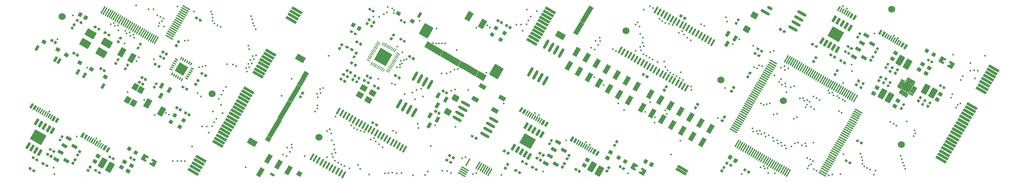
<source format=gbp>
G04 Layer: BottomPasteMaskLayer*
G04 EasyEDA Pro v2.2.31.6, 2024-09-26 20:12:08*
G04 Gerber Generator version 0.3*
G04 Scale: 100 percent, Rotated: No, Reflected: No*
G04 Dimensions in millimeters*
G04 Leading zeros omitted, absolute positions, 3 integers and 5 decimals*
%FSLAX35Y35*%
%MOMM*%
%AMRect*21,1,$1,$2,0,0,$3*%
%AMOval*1,1,$1,$2,$3*1,1,$1,$4,$5*20,1,$1,$2,$3,$4,$5,0*%
%AMRoundRect*1,1,$1,$2,$3*1,1,$1,$4,$5*1,1,$1,0-$2,0-$3*1,1,$1,0-$4,0-$5*20,1,$1,$2,$3,$4,$5,0*20,1,$1,$4,$5,0-$2,0-$3,0*20,1,$1,0-$2,0-$3,0-$4,0-$5,0*20,1,$1,0-$4,0-$5,$2,$3,0*4,1,4,$2,$3,$4,$5,0-$2,0-$3,0-$4,0-$5,$2,$3,0*%
%ADD10C,0.4318*%
%ADD11C,1.524*%
%ADD12Rect,0.6X2.55X60.0*%
%ADD13Oval,0.28001X-0.43X-0.74478X0.43X0.74478*%
%ADD14Oval,0.28001X0.74478X-0.43X-0.74478X0.43*%
%ADD15Oval,0.28001X-0.74478X0.43X0.74478X-0.43*%
%ADD16Rect,0.6036X1.5X-30.0*%
%ADD17Rect,0.6X1.5X-30.0*%
%ADD18Rect,2.79999X2.4X150.0*%
%ADD19Rect,0.6X2.55X-120.0*%
%ADD20Rect,1.0X2.0X-30.0*%
%ADD21Rect,1.0X1.016X-30.0*%
%ADD22Rect,0.39878X1.6002X150.0*%
%ADD23RoundRect,0.17579X-1.07347X-0.03104X-0.50986X0.94517*%
%ADD24RoundRect,0.14473X-0.50422X0.08431X-0.32512X0.39451*%
%ADD25Oval,0.63X-0.70149X0.405X0.70149X-0.405*%
%ADD26Oval,0.63X-0.27713X0.16X0.27713X-0.16*%
%ADD27Rect,1.1999X0.59995X60.0*%
%ADD28Rect,0.9X0.8X150.0*%
%ADD29Rect,1.0X0.508X-30.0*%
%ADD30Rect,0.9X0.8X330.0*%
%ADD31Rect,1.1999X0.59995X240.0*%
%ADD32Rect,0.8X0.9X150.0*%
%ADD33Rect,0.9X0.8X-30.0*%
%ADD34Rect,1.1999X0.59995X-120.0*%
%ADD35RoundRect,0.18034X-0.51988X1.12138X1.23108X0.11046*%
%ADD36RoundRect,0.17386X-0.9036X-0.53498X0.0115X1.05003*%
%ADD37Rect,1.25001X0.7X60.0*%
%ADD38RoundRect,0.17386X-0.0115X-1.05003X-0.9036X-0.53498*%
%ADD39RoundRect,0.17386X0.7531X0.27431X0.13899X-0.78936*%
%ADD40Rect,0.8X0.8X330.0*%
%ADD41Rect,0.8X0.8X-30.0*%
%ADD42Rect,0.6X2.55X240.0*%
%ADD43RoundRect,0.18603X-0.24389X1.59372X1.50215X0.58565*%
%ADD44RoundRect,0.14473X0.17194X0.656X0.48214X0.4769*%
%ADD45RoundRect,0.17579X0.81281X0.18153X0.24919X-0.79468*%
%ADD46Rect,0.89916X1.50114X60.0*%
%ADD47Rect,0.6X1.5X330.0*%
%ADD48Rect,1.25001X0.7X150.0*%
%ADD49Rect,0.8X0.9X60.0*%
%ADD50Rect,0.8X0.8X-120.0*%
%ADD51Rect,0.8X0.9X-120.0*%
%ADD52RoundRect,0.17579X0.01849X1.15926X0.9947X0.59565*%
%ADD53Oval,0.63X-0.405X-0.70149X0.405X0.70149*%
%ADD54Rect,1.4X1.2X330.0*%
%ADD55RoundRect,0.17579X0.01849X1.15926X0.9947X0.59565*%
%ADD56RoundRect,0.17579X0.81281X0.18153X0.24919X-0.79468*%
%ADD57RoundRect,0.13518X0.44307X-0.10069X0.30874X-0.33337*%
%ADD58RoundRect,0.13518X0.10069X0.44307X0.33337X0.30874*%
%ADD59RoundRect,0.13518X-0.10069X-0.44307X-0.33337X-0.30874*%
%ADD60RoundRect,0.18359X0.31457X-1.17401X-1.17401X-0.31457*%
%ADD61Rect,1.0X2.0X330.0*%
G75*


G04 PolygonModel Start*
G36*
G01X18222512Y-320093D02*
G01X18265846Y-345112D01*
G01X18322869Y-246345D01*
G01X18279535Y-221326D01*
G01X18222512Y-320093D01*
G37*
G36*
G01X17932591Y-152707D02*
G01X17958547Y-167693D01*
G01X18015570Y-68926D01*
G01X17989614Y-53940D01*
G01X17932591Y-152707D01*
G37*
G36*
G01X17975705Y-177599D02*
G01X18001661Y-192585D01*
G01X18058684Y-93818D01*
G01X18032728Y-78832D01*
G01X17975705Y-177599D01*
G37*
G36*
G01X18019039Y-202618D02*
G01X18044996Y-217604D01*
G01X18102019Y-118837D01*
G01X18076062Y-103851D01*
G01X18019039Y-202618D01*
G37*
G36*
G01X18062373Y-227637D02*
G01X18088330Y-242623D01*
G01X18145353Y-143856D01*
G01X18119396Y-128870D01*
G01X18062373Y-227637D01*
G37*
G36*
G01X18105708Y-252656D02*
G01X18131664Y-267642D01*
G01X18188687Y-168875D01*
G01X18162731Y-153889D01*
G01X18105708Y-252656D01*
G37*
G36*
G01X18153221Y-280088D02*
G01X18196555Y-305107D01*
G01X18253578Y-206340D01*
G01X18210244Y-181321D01*
G01X18153221Y-280088D01*
G37*
G36*
G01X17889257Y-127688D02*
G01X17915213Y-142674D01*
G01X17972236Y-43907D01*
G01X17946280Y-28921D01*
G01X17889257Y-127688D01*
G37*
G36*
G01X19182014Y-870742D02*
G01X19207971Y-885728D01*
G01X19264994Y-786961D01*
G01X19239037Y-771975D01*
G01X19182014Y-870742D01*
G37*
G36*
G01X19225348Y-895761D02*
G01X19251305Y-910747D01*
G01X19308328Y-811980D01*
G01X19282371Y-796994D01*
G01X19225348Y-895761D01*
G37*
G36*
G01X19272862Y-923193D02*
G01X19316196Y-948212D01*
G01X19373219Y-849445D01*
G01X19329885Y-824426D01*
G01X19272862Y-923193D01*
G37*
G36*
G01X19342153Y-963198D02*
G01X19385487Y-988217D01*
G01X19442510Y-889450D01*
G01X19399176Y-864431D01*
G01X19342153Y-963198D01*
G37*
G36*
G01X19008897Y-770793D02*
G01X19034854Y-785779D01*
G01X19091877Y-687012D01*
G01X19065920Y-672026D01*
G01X19008897Y-770793D01*
G37*
G36*
G01X19052232Y-795812D02*
G01X19078188Y-810798D01*
G01X19135211Y-712031D01*
G01X19109255Y-697045D01*
G01X19052232Y-795812D01*
G37*
G36*
G01X19095346Y-820704D02*
G01X19121302Y-835690D01*
G01X19178325Y-736923D01*
G01X19152369Y-721937D01*
G01X19095346Y-820704D01*
G37*
G36*
G01X19138680Y-845723D02*
G01X19164637Y-860709D01*
G01X19221660Y-761942D01*
G01X19195703Y-746956D01*
G01X19138680Y-845723D01*
G37*
G36*
G01X18788047Y-643285D02*
G01X18831381Y-668304D01*
G01X18888404Y-569537D01*
G01X18845070Y-544518D01*
G01X18788047Y-643285D01*
G37*
G36*
G01X18857338Y-683290D02*
G01X18900672Y-708309D01*
G01X18957695Y-609542D01*
G01X18914361Y-584523D01*
G01X18857338Y-683290D01*
G37*
G36*
G01X18922229Y-720755D02*
G01X18948186Y-735741D01*
G01X19005209Y-636974D01*
G01X18979252Y-621988D01*
G01X18922229Y-720755D01*
G37*
G36*
G01X18965563Y-745774D02*
G01X18991520Y-760760D01*
G01X19048543Y-661993D01*
G01X19022586Y-647007D01*
G01X18965563Y-745774D01*
G37*
G36*
G01X1105911Y-454808D02*
G01X1145748Y-477807D01*
G01X1151213Y-476343D01*
G01X1176244Y-432987D01*
G01X1174780Y-427522D01*
G01X1134943Y-404523D01*
G01X1129479Y-405987D01*
G01X1104447Y-449343D01*
G01X1105911Y-454808D01*
G37*
G36*
G01X1092411Y-478191D02*
G01X1132248Y-501190D01*
G01X1133712Y-506655D01*
G01X1108680Y-550011D01*
G01X1103216Y-551476D01*
G01X1063379Y-528476D01*
G01X1061915Y-523011D01*
G01X1086946Y-479655D01*
G01X1092411Y-478191D01*
G37*
G36*
G01X1222310Y-379246D02*
G01X1244810Y-340274D01*
G01X1241250Y-332446D01*
G01X1199680Y-308445D01*
G01X1192849Y-310274D01*
G01X1170348Y-349246D01*
G01X1172180Y-356076D01*
G01X1213750Y-380076D01*
G01X1222310Y-379246D01*
G37*
G36*
G01X1305450Y-427247D02*
G01X1327950Y-388275D01*
G01X1326119Y-381445D01*
G01X1284551Y-357446D01*
G01X1275989Y-358275D01*
G01X1253488Y-397247D01*
G01X1257051Y-405076D01*
G01X1298619Y-429075D01*
G01X1305450Y-427247D01*
G37*
G36*
G01X713746Y-797758D02*
G01X690746Y-837595D01*
G01X692210Y-843060D01*
G01X735566Y-868092D01*
G01X741031Y-866627D01*
G01X764031Y-826791D01*
G01X762567Y-821326D01*
G01X719210Y-796294D01*
G01X713746Y-797758D01*
G37*
G36*
G01X690363Y-784258D02*
G01X667363Y-824095D01*
G01X661898Y-825559D01*
G01X618542Y-800528D01*
G01X617078Y-795063D01*
G01X640078Y-755226D01*
G01X645542Y-753762D01*
G01X688899Y-778794D01*
G01X690363Y-784258D01*
G37*
G36*
G01X1888510Y-631857D02*
G01X1866009Y-670829D01*
G01X1869570Y-678657D01*
G01X1911140Y-702657D01*
G01X1917971Y-700829D01*
G01X1940471Y-661857D01*
G01X1938640Y-655027D01*
G01X1897070Y-631027D01*
G01X1888510Y-631857D01*
G37*
G36*
G01X1805370Y-583856D02*
G01X1782869Y-622828D01*
G01X1784701Y-629658D01*
G01X1826269Y-653657D01*
G01X1834831Y-652828D01*
G01X1857331Y-613856D01*
G01X1853768Y-606027D01*
G01X1812201Y-582027D01*
G01X1805370Y-583856D01*
G37*
G36*
G01X1617249Y-526197D02*
G01X1639749Y-487224D01*
G01X1636189Y-479397D01*
G01X1594619Y-455396D01*
G01X1587788Y-457225D01*
G01X1565287Y-496197D01*
G01X1567119Y-503026D01*
G01X1608689Y-527027D01*
G01X1617249Y-526197D01*
G37*
G36*
G01X1700389Y-574198D02*
G01X1722889Y-535225D01*
G01X1721058Y-528396D01*
G01X1679490Y-504397D01*
G01X1670928Y-505225D01*
G01X1648427Y-544198D01*
G01X1651990Y-552027D01*
G01X1693558Y-576026D01*
G01X1700389Y-574198D01*
G37*
G36*
G01X2144263Y-802624D02*
G01X2105291Y-780124D01*
G01X2097463Y-783685D01*
G01X2073462Y-825255D01*
G01X2075291Y-832085D01*
G01X2114263Y-854586D01*
G01X2121093Y-852754D01*
G01X2145093Y-811184D01*
G01X2144263Y-802624D01*
G37*
G36*
G01X2192264Y-719484D02*
G01X2153292Y-696984D01*
G01X2146462Y-698816D01*
G01X2122463Y-740384D01*
G01X2123292Y-748945D01*
G01X2162264Y-771446D01*
G01X2170093Y-767883D01*
G01X2194092Y-726315D01*
G01X2192264Y-719484D01*
G37*
G36*
G01X1196603Y-1077218D02*
G01X1173603Y-1117055D01*
G01X1175067Y-1122519D01*
G01X1218423Y-1147551D01*
G01X1223888Y-1146087D01*
G01X1246888Y-1106250D01*
G01X1245424Y-1100785D01*
G01X1202067Y-1075754D01*
G01X1196603Y-1077218D01*
G37*
G36*
G01X1173220Y-1063718D02*
G01X1150220Y-1103554D01*
G01X1144755Y-1105019D01*
G01X1101399Y-1079987D01*
G01X1099935Y-1074522D01*
G01X1122935Y-1034686D01*
G01X1128399Y-1033221D01*
G01X1171756Y-1058253D01*
G01X1173220Y-1063718D01*
G37*
G36*
G01X1739496Y-1443104D02*
G01X1762495Y-1403268D01*
G01X1761031Y-1397803D01*
G01X1717675Y-1372771D01*
G01X1712210Y-1374236D01*
G01X1689210Y-1414072D01*
G01X1690675Y-1419537D01*
G01X1734031Y-1444569D01*
G01X1739496Y-1443104D01*
G37*
G36*
G01X1762878Y-1456605D02*
G01X1785878Y-1416768D01*
G01X1791343Y-1415304D01*
G01X1834699Y-1440335D01*
G01X1836163Y-1445800D01*
G01X1813164Y-1485637D01*
G01X1807699Y-1487101D01*
G01X1764343Y-1462069D01*
G01X1762878Y-1456605D01*
G37*
G36*
G01X2578417Y-939232D02*
G01X2539445Y-916732D01*
G01X2531617Y-920293D01*
G01X2507616Y-961863D01*
G01X2509445Y-968693D01*
G01X2548417Y-991194D01*
G01X2555246Y-989362D01*
G01X2579247Y-947792D01*
G01X2578417Y-939232D01*
G37*
G36*
G01X2626418Y-856092D02*
G01X2587446Y-833592D01*
G01X2580616Y-835424D01*
G01X2556617Y-876991D01*
G01X2557446Y-885553D01*
G01X2596418Y-908054D01*
G01X2604247Y-904491D01*
G01X2628246Y-862923D01*
G01X2626418Y-856092D01*
G37*
G36*
G01X2067958Y-1225000D02*
G01X2106930Y-1247500D01*
G01X2114758Y-1243939D01*
G01X2138759Y-1202369D01*
G01X2136930Y-1195539D01*
G01X2097958Y-1173038D01*
G01X2091129Y-1174870D01*
G01X2067128Y-1216440D01*
G01X2067958Y-1225000D01*
G37*
G36*
G01X2019957Y-1308140D02*
G01X2058929Y-1330640D01*
G01X2065759Y-1328808D01*
G01X2089758Y-1287241D01*
G01X2088929Y-1278679D01*
G01X2049957Y-1256178D01*
G01X2042128Y-1259741D01*
G01X2018129Y-1301309D01*
G01X2019957Y-1308140D01*
G37*
G36*
G01X2278646Y-1344274D02*
G01X2317619Y-1366775D01*
G01X2325446Y-1363214D01*
G01X2349447Y-1321644D01*
G01X2347619Y-1314813D01*
G01X2308646Y-1292313D01*
G01X2301817Y-1294145D01*
G01X2277816Y-1335715D01*
G01X2278646Y-1344274D01*
G37*
G36*
G01X2230645Y-1427414D02*
G01X2269618Y-1449915D01*
G01X2276447Y-1448083D01*
G01X2300446Y-1406515D01*
G01X2299618Y-1397953D01*
G01X2260645Y-1375453D01*
G01X2252816Y-1379016D01*
G01X2228817Y-1420584D01*
G01X2230645Y-1427414D01*
G37*
G36*
G01X3419329Y-884607D02*
G01X3380357Y-862106D01*
G01X3372529Y-865667D01*
G01X3348529Y-907237D01*
G01X3350357Y-914068D01*
G01X3389329Y-936568D01*
G01X3396159Y-934737D01*
G01X3420159Y-893167D01*
G01X3419329Y-884607D01*
G37*
G36*
G01X3467330Y-801467D02*
G01X3428358Y-778966D01*
G01X3421528Y-780798D01*
G01X3397529Y-822366D01*
G01X3398358Y-830928D01*
G01X3437330Y-853428D01*
G01X3445159Y-849865D01*
G01X3469159Y-808298D01*
G01X3467330Y-801467D01*
G37*
G36*
G01X3840408Y-325335D02*
G01X3862908Y-286363D01*
G01X3859347Y-278535D01*
G01X3817777Y-254534D01*
G01X3810947Y-256363D01*
G01X3788446Y-295335D01*
G01X3790278Y-302165D01*
G01X3831848Y-326165D01*
G01X3840408Y-325335D01*
G37*
G36*
G01X3923548Y-373336D02*
G01X3946048Y-334364D01*
G01X3944216Y-327534D01*
G01X3902649Y-303535D01*
G01X3894087Y-304364D01*
G01X3871586Y-343336D01*
G01X3875149Y-351165D01*
G01X3916717Y-375164D01*
G01X3923548Y-373336D01*
G37*
G36*
G01X2907342Y-1756201D02*
G01X2947178Y-1779201D01*
G01X2952643Y-1777737D01*
G01X2977675Y-1734380D01*
G01X2976211Y-1728916D01*
G01X2936374Y-1705916D01*
G01X2930909Y-1707380D01*
G01X2905877Y-1750736D01*
G01X2907342Y-1756201D01*
G37*
G36*
G01X2893842Y-1779584D02*
G01X2933678Y-1802584D01*
G01X2935143Y-1808048D01*
G01X2910111Y-1851405D01*
G01X2904646Y-1852869D01*
G01X2864809Y-1829869D01*
G01X2863345Y-1824404D01*
G01X2888377Y-1781048D01*
G01X2893842Y-1779584D01*
G37*
G36*
G01X2643768Y-1636518D02*
G01X2666768Y-1596682D01*
G01X2665303Y-1591217D01*
G01X2621947Y-1566185D01*
G01X2616483Y-1567649D01*
G01X2593483Y-1607486D01*
G01X2594947Y-1612951D01*
G01X2638303Y-1637983D01*
G01X2643768Y-1636518D01*
G37*
G36*
G01X2667151Y-1650018D02*
G01X2690151Y-1610182D01*
G01X2695615Y-1608718D01*
G01X2738972Y-1633749D01*
G01X2740436Y-1639214D01*
G01X2717436Y-1679051D01*
G01X2711971Y-1680515D01*
G01X2668615Y-1655483D01*
G01X2667151Y-1650018D01*
G37*
G36*
G01X2632668Y-1712929D02*
G01X2609668Y-1752765D01*
G01X2611132Y-1758230D01*
G01X2654489Y-1783262D01*
G01X2659953Y-1781797D01*
G01X2682953Y-1741961D01*
G01X2681489Y-1736496D01*
G01X2638133Y-1711464D01*
G01X2632668Y-1712929D01*
G37*
G36*
G01X2609285Y-1699429D02*
G01X2586285Y-1739265D01*
G01X2580821Y-1740729D01*
G01X2537464Y-1715698D01*
G01X2536000Y-1710233D01*
G01X2559000Y-1670396D01*
G01X2564465Y-1668932D01*
G01X2607821Y-1693964D01*
G01X2609285Y-1699429D01*
G37*
G36*
G01X3105742Y-1076251D02*
G01X3128742Y-1036414D01*
G01X3127278Y-1030949D01*
G01X3083922Y-1005918D01*
G01X3078457Y-1007382D01*
G01X3055457Y-1047219D01*
G01X3056921Y-1052683D01*
G01X3100277Y-1077715D01*
G01X3105742Y-1076251D01*
G37*
G36*
G01X3129125Y-1089751D02*
G01X3152125Y-1049914D01*
G01X3157590Y-1048450D01*
G01X3200946Y-1073482D01*
G01X3202410Y-1078946D01*
G01X3179410Y-1118783D01*
G01X3173946Y-1120247D01*
G01X3130589Y-1095216D01*
G01X3129125Y-1089751D01*
G37*
G36*
G01X2988925Y-1323491D02*
G01X2966425Y-1362463D01*
G01X2969985Y-1370291D01*
G01X3011555Y-1394292D01*
G01X3018386Y-1392463D01*
G01X3040887Y-1353491D01*
G01X3039055Y-1346661D01*
G01X2997485Y-1322661D01*
G01X2988925Y-1323491D01*
G37*
G36*
G01X2905785Y-1275490D02*
G01X2883285Y-1314462D01*
G01X2885116Y-1321292D01*
G01X2926684Y-1345291D01*
G01X2935246Y-1344462D01*
G01X2957747Y-1305490D01*
G01X2954184Y-1297661D01*
G01X2912616Y-1273662D01*
G01X2905785Y-1275490D01*
G37*
G36*
G01X3371766Y-1182388D02*
G03X3357766Y-1206637I-7000J-12125D01*
G01X3402798Y-1232637D01*
G03X3416799Y-1208387I7000J12125D01*
G01X3371766Y-1182388D01*
G37*
G36*
G01X3346773Y-1225678D02*
G03X3332772Y-1249928I-7000J-12125D01*
G01X3377805Y-1275927D01*
G03X3391805Y-1251678I7000J12125D01*
G01X3346773Y-1225678D01*
G37*
G36*
G01X3321766Y-1268990D02*
G03X3307766Y-1293240I-7000J-12125D01*
G01X3352798Y-1319239D01*
G03X3366799Y-1294990I7000J12125D01*
G01X3321766Y-1268990D01*
G37*
G36*
G01X3296773Y-1312280D02*
G03X3282772Y-1336530I-7000J-12125D01*
G01X3327805Y-1362529D01*
G03X3341805Y-1338280I7000J12125D01*
G01X3296773Y-1312280D01*
G37*
G36*
G01X3271766Y-1355593D02*
G03X3257766Y-1379842I-7000J-12125D01*
G01X3302798Y-1405842D01*
G03X3316799Y-1381592I7000J12125D01*
G01X3271766Y-1355593D01*
G37*
G36*
G01X3246773Y-1398883D02*
G03X3232772Y-1423132I-7000J-12125D01*
G01X3277805Y-1449132D01*
G03X3291805Y-1424882I7000J12125D01*
G01X3246773Y-1398883D01*
G37*
G36*
G01X3265300Y-1542377D02*
G03X3289550Y-1556378I12125J-7000D01*
G01X3315549Y-1511345D01*
G03X3291300Y-1497345I-12125J7000D01*
G01X3265300Y-1542377D01*
G37*
G36*
G01X3307909Y-1566977D02*
G03X3332158Y-1580978I12125J-7000D01*
G01X3358158Y-1535945D01*
G03X3333908Y-1521945I-12125J7000D01*
G01X3307909Y-1566977D01*
G37*
G36*
G01X3351221Y-1591984D02*
G03X3375470Y-1605984I12125J-7000D01*
G01X3401470Y-1560952D01*
G03X3377220Y-1546951I-12125J7000D01*
G01X3351221Y-1591984D01*
G37*
G36*
G01X3394511Y-1616977D02*
G03X3418761Y-1630978I12125J-7000D01*
G01X3444760Y-1585945D01*
G03X3420510Y-1571945I-12125J7000D01*
G01X3394511Y-1616977D01*
G37*
G36*
G01X3437823Y-1641983D02*
G03X3462073Y-1655984I12125J-7000D01*
G01X3488072Y-1610952D01*
G03X3463823Y-1596951I-12125J7000D01*
G01X3437823Y-1641983D01*
G37*
G36*
G01X3481113Y-1666977D02*
G03X3505363Y-1680978I12125J-7000D01*
G01X3531362Y-1635945D01*
G03X3507113Y-1621945I-12125J7000D01*
G01X3481113Y-1666977D01*
G37*
G36*
G01X3593182Y-1598882D02*
G03X3579182Y-1623132I-7000J-12125D01*
G01X3624214Y-1649131D01*
G03X3638215Y-1624882I7000J12125D01*
G01X3593182Y-1598882D01*
G37*
G36*
G01X3618176Y-1555592D02*
G03X3604175Y-1579842I-7000J-12125D01*
G01X3649208Y-1605841D01*
G03X3663208Y-1581592I7000J12125D01*
G01X3618176Y-1555592D01*
G37*
G36*
G01X3643182Y-1512280D02*
G03X3629182Y-1536530I-7000J-12125D01*
G01X3674214Y-1562529D01*
G03X3688215Y-1538280I7000J12125D01*
G01X3643182Y-1512280D01*
G37*
G36*
G01X3668176Y-1468990D02*
G03X3654175Y-1493239I-7000J-12125D01*
G01X3699208Y-1519239D01*
G03X3713208Y-1494989I7000J12125D01*
G01X3668176Y-1468990D01*
G37*
G36*
G01X3693182Y-1425678D02*
G03X3679182Y-1449927I-7000J-12125D01*
G01X3724214Y-1475927D01*
G03X3738214Y-1451677I7000J12125D01*
G01X3693182Y-1425678D01*
G37*
G36*
G01X3718176Y-1382388D02*
G03X3704175Y-1406637I-7000J-12125D01*
G01X3749208Y-1432637D01*
G03X3763208Y-1408387I7000J12125D01*
G01X3718176Y-1382388D01*
G37*
G36*
G01X3681113Y-1320568D02*
G03X3705363Y-1334568I12125J-7000D01*
G01X3731362Y-1289536D01*
G03X3707112Y-1275535I-12125J7000D01*
G01X3681113Y-1320568D01*
G37*
G36*
G01X3637823Y-1295574D02*
G03X3662072Y-1309574I12125J-7000D01*
G01X3688072Y-1264542D01*
G03X3663822Y-1250542I-12125J7000D01*
G01X3637823Y-1295574D01*
G37*
G36*
G01X3594511Y-1270568D02*
G03X3618760Y-1284568I12125J-7000D01*
G01X3644760Y-1239536D01*
G03X3620510Y-1225535I-12125J7000D01*
G01X3594511Y-1270568D01*
G37*
G36*
G01X3551220Y-1245574D02*
G03X3575470Y-1259575I12125J-7000D01*
G01X3601469Y-1214542D01*
G03X3577220Y-1200542I-12125J7000D01*
G01X3551220Y-1245574D01*
G37*
G36*
G01X3507908Y-1220568D02*
G03X3532158Y-1234568I12125J-7000D01*
G01X3558157Y-1189536D01*
G03X3533908Y-1175535I-12125J7000D01*
G01X3507908Y-1220568D01*
G37*
G36*
G01X3464618Y-1195574D02*
G03X3488868Y-1209575I12125J-7000D01*
G01X3514867Y-1164542D01*
G03X3490617Y-1150542I-12125J7000D01*
G01X3464618Y-1195574D01*
G37*
G36*
G01X3351536Y-1455913D02*
G01X3538599Y-1563914D01*
G01X3646600Y-1376851D01*
G01X3459537Y-1268850D01*
G01X3351536Y-1455913D01*
G37*
G36*
G01X3048025Y-1175811D02*
G01X3071025Y-1135974D01*
G01X3069561Y-1130510D01*
G01X3026205Y-1105478D01*
G01X3020740Y-1106942D01*
G01X2997740Y-1146779D01*
G01X2999204Y-1152244D01*
G01X3042561Y-1177275D01*
G01X3048025Y-1175811D01*
G37*
G36*
G01X3071408Y-1189311D02*
G01X3094408Y-1149475D01*
G01X3099873Y-1148010D01*
G01X3143229Y-1173042D01*
G01X3144693Y-1178507D01*
G01X3121693Y-1218343D01*
G01X3116229Y-1219808D01*
G01X3072872Y-1194776D01*
G01X3071408Y-1189311D01*
G37*
G36*
G01X3825004Y-1685293D02*
G01X3863976Y-1707794D01*
G01X3871804Y-1704233D01*
G01X3895804Y-1662663D01*
G01X3893976Y-1655832D01*
G01X3855004Y-1633332D01*
G01X3848174Y-1635164D01*
G01X3824174Y-1676734D01*
G01X3825004Y-1685293D01*
G37*
G36*
G01X3777003Y-1768433D02*
G01X3815975Y-1790934D01*
G01X3822805Y-1789102D01*
G01X3846804Y-1747534D01*
G01X3845975Y-1738972D01*
G01X3807003Y-1716472D01*
G01X3799174Y-1720035D01*
G01X3775174Y-1761603D01*
G01X3777003Y-1768433D01*
G37*
G36*
G01X3596413Y-1824512D02*
G01X3573912Y-1863484D01*
G01X3577473Y-1871312D01*
G01X3619043Y-1895312D01*
G01X3625873Y-1893484D01*
G01X3648374Y-1854512D01*
G01X3646542Y-1847682D01*
G01X3604972Y-1823682D01*
G01X3596413Y-1824512D01*
G37*
G36*
G01X3513273Y-1776511D02*
G01X3490772Y-1815483D01*
G01X3492604Y-1822313D01*
G01X3534172Y-1846312D01*
G01X3542733Y-1845483D01*
G01X3565234Y-1806511D01*
G01X3561671Y-1798682D01*
G01X3520103Y-1774682D01*
G01X3513273Y-1776511D01*
G37*
G36*
G01X3410434Y-2306203D02*
G01X3433434Y-2266366D01*
G01X3431969Y-2260902D01*
G01X3388613Y-2235870D01*
G01X3383148Y-2237334D01*
G01X3360149Y-2277171D01*
G01X3361613Y-2282636D01*
G01X3404969Y-2307667D01*
G01X3410434Y-2306203D01*
G37*
G36*
G01X3433817Y-2319703D02*
G01X3456816Y-2279867D01*
G01X3462281Y-2278402D01*
G01X3505637Y-2303434D01*
G01X3507102Y-2308899D01*
G01X3484102Y-2348735D01*
G01X3478637Y-2350200D01*
G01X3435281Y-2325168D01*
G01X3433817Y-2319703D01*
G37*
G36*
G01X3958378Y-1546714D02*
G01X3980878Y-1507742D01*
G01X3977317Y-1499914D01*
G01X3935747Y-1475914D01*
G01X3928917Y-1477742D01*
G01X3906416Y-1516714D01*
G01X3908248Y-1523544D01*
G01X3949818Y-1547544D01*
G01X3958378Y-1546714D01*
G37*
G36*
G01X4041518Y-1594715D02*
G01X4064018Y-1555743D01*
G01X4062186Y-1548913D01*
G01X4020619Y-1524914D01*
G01X4012057Y-1525743D01*
G01X3989556Y-1564715D01*
G01X3993119Y-1572544D01*
G01X4034687Y-1596544D01*
G01X4041518Y-1594715D01*
G37*
G36*
G01X3600842Y-2415799D02*
G01X3623842Y-2375962D01*
G01X3622377Y-2370498D01*
G01X3579021Y-2345466D01*
G01X3573556Y-2346930D01*
G01X3550557Y-2386767D01*
G01X3552021Y-2392232D01*
G01X3595377Y-2417263D01*
G01X3600842Y-2415799D01*
G37*
G36*
G01X3624225Y-2429299D02*
G01X3647224Y-2389462D01*
G01X3652689Y-2387998D01*
G01X3696045Y-2413030D01*
G01X3697510Y-2418495D01*
G01X3674510Y-2458331D01*
G01X3669045Y-2459796D01*
G01X3625689Y-2434764D01*
G01X3624225Y-2429299D01*
G37*
G36*
G01X10459041Y-383710D02*
G01X10482041Y-343873D01*
G01X10480577Y-338408D01*
G01X10437220Y-313376D01*
G01X10431756Y-314841D01*
G01X10408756Y-354677D01*
G01X10410220Y-360142D01*
G01X10453576Y-385174D01*
G01X10459041Y-383710D01*
G37*
G36*
G01X10482424Y-397210D02*
G01X10505424Y-357373D01*
G01X10510889Y-355909D01*
G01X10554245Y-380940D01*
G01X10555709Y-386405D01*
G01X10532709Y-426242D01*
G01X10527245Y-427706D01*
G01X10483888Y-402674D01*
G01X10482424Y-397210D01*
G37*
G36*
G01X10649449Y-493305D02*
G01X10672449Y-453469D01*
G01X10670984Y-448004D01*
G01X10627628Y-422972D01*
G01X10622164Y-424437D01*
G01X10599164Y-464273D01*
G01X10600628Y-469738D01*
G01X10643984Y-494770D01*
G01X10649449Y-493305D01*
G37*
G36*
G01X10672832Y-506806D02*
G01X10695832Y-466969D01*
G01X10701296Y-465505D01*
G01X10744653Y-490536D01*
G01X10746117Y-496001D01*
G01X10723117Y-535838D01*
G01X10717652Y-537302D01*
G01X10674296Y-512270D01*
G01X10672832Y-506806D01*
G37*
G36*
G01X8572688Y-1152954D02*
G01X8550188Y-1191927D01*
G01X8553749Y-1199754D01*
G01X8595319Y-1223755D01*
G01X8602149Y-1221927D01*
G01X8624650Y-1182954D01*
G01X8622818Y-1176125D01*
G01X8581248Y-1152124D01*
G01X8572688Y-1152954D01*
G37*
G36*
G01X8489548Y-1104954D02*
G01X8467048Y-1143926D01*
G01X8468880Y-1150755D01*
G01X8510447Y-1174755D01*
G01X8519009Y-1173926D01*
G01X8541510Y-1134953D01*
G01X8537947Y-1127124D01*
G01X8496379Y-1103125D01*
G01X8489548Y-1104954D01*
G37*
G36*
G01X9088314Y-2382127D02*
G01X9111314Y-2342291D01*
G01X9109849Y-2336826D01*
G01X9066493Y-2311794D01*
G01X9061028Y-2313259D01*
G01X9038029Y-2353095D01*
G01X9039493Y-2358560D01*
G01X9082849Y-2383592D01*
G01X9088314Y-2382127D01*
G37*
G36*
G01X9111697Y-2395628D02*
G01X9134697Y-2355791D01*
G01X9140161Y-2354327D01*
G01X9183518Y-2379358D01*
G01X9184982Y-2384823D01*
G01X9161982Y-2424660D01*
G01X9156517Y-2426124D01*
G01X9113161Y-2401092D01*
G01X9111697Y-2395628D01*
G37*
G36*
G01X9337629Y-3457715D02*
G01X9360130Y-3418743D01*
G01X9356569Y-3410915D01*
G01X9314999Y-3386914D01*
G01X9308168Y-3388743D01*
G01X9285668Y-3427715D01*
G01X9287500Y-3434544D01*
G01X9329070Y-3458545D01*
G01X9337629Y-3457715D01*
G37*
G36*
G01X9420769Y-3505716D02*
G01X9443270Y-3466744D01*
G01X9441438Y-3459914D01*
G01X9399870Y-3435915D01*
G01X9391309Y-3436744D01*
G01X9368808Y-3475716D01*
G01X9372371Y-3483545D01*
G01X9413939Y-3507544D01*
G01X9420769Y-3505716D01*
G37*
G36*
G01X9397382Y-3357573D02*
G01X9419883Y-3318601D01*
G01X9416322Y-3310773D01*
G01X9374752Y-3286773D01*
G01X9367921Y-3288601D01*
G01X9345421Y-3327573D01*
G01X9347253Y-3334403D01*
G01X9388823Y-3358403D01*
G01X9397382Y-3357573D01*
G37*
G36*
G01X9480522Y-3405574D02*
G01X9503023Y-3366602D01*
G01X9501191Y-3359772D01*
G01X9459623Y-3335773D01*
G01X9451062Y-3336602D01*
G01X9428561Y-3375574D01*
G01X9432124Y-3383403D01*
G01X9473692Y-3407403D01*
G01X9480522Y-3405574D01*
G37*
G36*
G01X9947874Y-2907094D02*
G01X9925374Y-2946067D01*
G01X9928934Y-2953895D01*
G01X9970504Y-2977895D01*
G01X9977335Y-2976067D01*
G01X9999836Y-2937094D01*
G01X9998004Y-2930265D01*
G01X9956434Y-2906264D01*
G01X9947874Y-2907094D01*
G37*
G36*
G01X9864734Y-2859094D02*
G01X9842234Y-2898066D01*
G01X9844065Y-2904895D01*
G01X9885633Y-2928895D01*
G01X9894195Y-2928066D01*
G01X9916696Y-2889093D01*
G01X9913133Y-2881264D01*
G01X9871565Y-2857265D01*
G01X9864734Y-2859094D01*
G37*
G36*
G01X10597985Y-3255852D02*
G01X10620486Y-3216879D01*
G01X10616925Y-3209052D01*
G01X10575355Y-3185051D01*
G01X10568525Y-3186879D01*
G01X10546024Y-3225852D01*
G01X10547856Y-3232681D01*
G01X10589426Y-3256682D01*
G01X10597985Y-3255852D01*
G37*
G36*
G01X10681125Y-3303852D02*
G01X10703626Y-3264880D01*
G01X10701794Y-3258051D01*
G01X10660226Y-3234051D01*
G01X10651665Y-3234880D01*
G01X10629164Y-3273853D01*
G01X10632727Y-3281682D01*
G01X10674295Y-3305681D01*
G01X10681125Y-3303852D01*
G37*
G36*
G01X10641851Y-3585262D02*
G01X10602879Y-3562761D01*
G01X10595051Y-3566322D01*
G01X10571050Y-3607892D01*
G01X10572879Y-3614723D01*
G01X10611851Y-3637223D01*
G01X10618680Y-3635391D01*
G01X10642681Y-3593821D01*
G01X10641851Y-3585262D01*
G37*
G36*
G01X10689852Y-3502122D02*
G01X10650880Y-3479621D01*
G01X10644050Y-3481453D01*
G01X10620051Y-3523021D01*
G01X10620880Y-3531583D01*
G01X10659852Y-3554083D01*
G01X10667681Y-3550520D01*
G01X10691680Y-3508952D01*
G01X10689852Y-3502122D01*
G37*
G36*
G01X10905662Y-3662355D02*
G01X10883162Y-3701327D01*
G01X10886723Y-3709155D01*
G01X10928293Y-3733155D01*
G01X10935123Y-3731327D01*
G01X10957624Y-3692355D01*
G01X10955792Y-3685525D01*
G01X10914222Y-3661524D01*
G01X10905662Y-3662355D01*
G37*
G36*
G01X10822522Y-3614354D02*
G01X10800022Y-3653326D01*
G01X10801854Y-3660155D01*
G01X10843421Y-3684155D01*
G01X10851983Y-3683326D01*
G01X10874484Y-3644354D01*
G01X10870921Y-3636524D01*
G01X10829353Y-3612525D01*
G01X10822522Y-3614354D01*
G37*
G36*
G01X11053322Y-3467584D02*
G01X11030822Y-3506556D01*
G01X11034383Y-3514384D01*
G01X11075953Y-3538384D01*
G01X11082783Y-3536556D01*
G01X11105284Y-3497584D01*
G01X11103452Y-3490754D01*
G01X11061882Y-3466754D01*
G01X11053322Y-3467584D01*
G37*
G36*
G01X10970182Y-3419583D02*
G01X10947682Y-3458555D01*
G01X10949514Y-3465385D01*
G01X10991081Y-3489384D01*
G01X10999643Y-3488555D01*
G01X11022144Y-3449583D01*
G01X11018581Y-3441754D01*
G01X10977013Y-3417755D01*
G01X10970182Y-3419583D01*
G37*
G36*
G01X11456300Y-2667634D02*
G01X11499634Y-2692653D01*
G01X11556657Y-2593887D01*
G01X11513323Y-2568868D01*
G01X11456300Y-2667634D01*
G37*
G36*
G01X11387009Y-2627629D02*
G01X11430343Y-2652648D01*
G01X11487366Y-2553882D01*
G01X11444032Y-2528863D01*
G01X11387009Y-2627629D01*
G37*
G36*
G01X11339495Y-2600197D02*
G01X11365452Y-2615183D01*
G01X11422475Y-2516417D01*
G01X11396518Y-2501431D01*
G01X11339495Y-2600197D01*
G37*
G36*
G01X11296161Y-2575178D02*
G01X11322118Y-2590164D01*
G01X11379141Y-2491398D01*
G01X11353184Y-2476412D01*
G01X11296161Y-2575178D01*
G37*
G36*
G01X11252827Y-2550159D02*
G01X11278783Y-2565145D01*
G01X11335806Y-2466379D01*
G01X11309850Y-2451393D01*
G01X11252827Y-2550159D01*
G37*
G36*
G01X11209493Y-2525140D02*
G01X11235449Y-2540126D01*
G01X11292472Y-2441360D01*
G01X11266516Y-2426374D01*
G01X11209493Y-2525140D01*
G37*
G36*
G01X11166378Y-2500248D02*
G01X11192335Y-2515234D01*
G01X11249358Y-2416468D01*
G01X11223401Y-2401482D01*
G01X11166378Y-2500248D01*
G37*
G36*
G01X11123044Y-2475229D02*
G01X11149001Y-2490215D01*
G01X11206024Y-2391449D01*
G01X11180067Y-2376463D01*
G01X11123044Y-2475229D01*
G37*
G36*
G01X11079710Y-2450210D02*
G01X11105667Y-2465196D01*
G01X11162690Y-2366430D01*
G01X11136733Y-2351444D01*
G01X11079710Y-2450210D01*
G37*
G36*
G01X11036376Y-2425191D02*
G01X11062332Y-2440177D01*
G01X11119355Y-2341411D01*
G01X11093399Y-2326425D01*
G01X11036376Y-2425191D01*
G37*
G36*
G01X10971485Y-2387726D02*
G01X11014819Y-2412745D01*
G01X11071842Y-2313979D01*
G01X11028508Y-2288960D01*
G01X10971485Y-2387726D01*
G37*
G36*
G01X10902194Y-2347721D02*
G01X10945528Y-2372740D01*
G01X11002551Y-2273974D01*
G01X10959217Y-2248955D01*
G01X10902194Y-2347721D01*
G37*
G36*
G01X11218420Y-3615956D02*
G01X11240921Y-3576984D01*
G01X11237360Y-3569156D01*
G01X11195790Y-3545156D01*
G01X11188959Y-3546984D01*
G01X11166459Y-3585957D01*
G01X11168291Y-3592786D01*
G01X11209861Y-3616787D01*
G01X11218420Y-3615956D01*
G37*
G36*
G01X11301560Y-3663957D02*
G01X11324061Y-3624985D01*
G01X11322229Y-3618156D01*
G01X11280661Y-3594156D01*
G01X11272099Y-3594985D01*
G01X11249599Y-3633957D01*
G01X11253162Y-3641787D01*
G01X11294730Y-3665786D01*
G01X11301560Y-3663957D01*
G37*
G36*
G01X11424361Y-3280376D02*
G01X11401361Y-3320212D01*
G01X11402825Y-3325677D01*
G01X11446181Y-3350709D01*
G01X11451646Y-3349244D01*
G01X11474646Y-3309408D01*
G01X11473181Y-3303943D01*
G01X11429825Y-3278911D01*
G01X11424361Y-3280376D01*
G37*
G36*
G01X11400978Y-3266875D02*
G01X11377978Y-3306712D01*
G01X11372513Y-3308176D01*
G01X11329157Y-3283145D01*
G01X11327693Y-3277680D01*
G01X11350692Y-3237843D01*
G01X11356157Y-3236379D01*
G01X11399513Y-3261411D01*
G01X11400978Y-3266875D01*
G37*
G36*
G01X11998467Y-3379730D02*
G01X11958631Y-3356730D01*
G01X11953166Y-3358194D01*
G01X11928134Y-3401551D01*
G01X11929599Y-3407015D01*
G01X11969435Y-3430015D01*
G01X11974900Y-3428551D01*
G01X11999932Y-3385195D01*
G01X11998467Y-3379730D01*
G37*
G36*
G01X12011967Y-3356347D02*
G01X11972131Y-3333347D01*
G01X11970667Y-3327883D01*
G01X11995698Y-3284526D01*
G01X12001163Y-3283062D01*
G01X12041000Y-3306062D01*
G01X12042464Y-3311527D01*
G01X12017432Y-3354883D01*
G01X12011967Y-3356347D01*
G37*
G36*
G01X11364895Y-3387660D02*
G01X11341896Y-3427496D01*
G01X11343360Y-3432961D01*
G01X11386716Y-3457993D01*
G01X11392181Y-3456529D01*
G01X11415181Y-3416692D01*
G01X11413716Y-3411227D01*
G01X11370360Y-3386196D01*
G01X11364895Y-3387660D01*
G37*
G36*
G01X11341512Y-3374160D02*
G01X11318513Y-3413996D01*
G01X11313048Y-3415461D01*
G01X11269692Y-3390429D01*
G01X11268227Y-3384964D01*
G01X11291227Y-3345128D01*
G01X11296692Y-3343663D01*
G01X11340048Y-3368695D01*
G01X11341512Y-3374160D01*
G37*
G36*
G01X11869753Y-3512581D02*
G01X11909590Y-3535581D01*
G01X11915055Y-3534117D01*
G01X11940086Y-3490761D01*
G01X11938622Y-3485296D01*
G01X11898786Y-3462296D01*
G01X11893321Y-3463760D01*
G01X11868289Y-3507117D01*
G01X11869753Y-3512581D01*
G37*
G36*
G01X11856253Y-3535964D02*
G01X11896090Y-3558964D01*
G01X11897554Y-3564429D01*
G01X11872522Y-3607785D01*
G01X11867058Y-3609249D01*
G01X11827221Y-3586250D01*
G01X11825757Y-3580785D01*
G01X11850788Y-3537429D01*
G01X11856253Y-3535964D01*
G37*
G36*
G01X11585269Y-3003169D02*
G01X11625106Y-3026169D01*
G01X11630570Y-3024705D01*
G01X11655602Y-2981348D01*
G01X11654138Y-2975884D01*
G01X11614301Y-2952884D01*
G01X11608836Y-2954348D01*
G01X11583805Y-2997704D01*
G01X11585269Y-3003169D01*
G37*
G36*
G01X11571769Y-3026552D02*
G01X11611606Y-3049552D01*
G01X11613070Y-3055017D01*
G01X11588038Y-3098373D01*
G01X11582573Y-3099837D01*
G01X11542737Y-3076837D01*
G01X11541272Y-3071373D01*
G01X11566304Y-3028016D01*
G01X11571769Y-3026552D01*
G37*
G36*
G01X13017175Y-3028778D02*
G01X13056147Y-3051278D01*
G01X13063975Y-3047717D01*
G01X13087975Y-3006147D01*
G01X13086147Y-2999317D01*
G01X13047175Y-2976816D01*
G01X13040345Y-2978648D01*
G01X13016344Y-3020218D01*
G01X13017175Y-3028778D01*
G37*
G36*
G01X12969174Y-3111918D02*
G01X13008146Y-3134418D01*
G01X13014975Y-3132586D01*
G01X13038975Y-3091019D01*
G01X13038146Y-3082457D01*
G01X12999174Y-3059956D01*
G01X12991344Y-3063519D01*
G01X12967345Y-3105087D01*
G01X12969174Y-3111918D01*
G37*
G36*
G01X12575593Y-3312698D02*
G01X12618927Y-3337717D01*
G01X12675950Y-3238950D01*
G01X12632616Y-3213931D01*
G01X12575593Y-3312698D01*
G37*
G36*
G01X12506302Y-3272693D02*
G01X12549636Y-3297712D01*
G01X12606659Y-3198945D01*
G01X12563325Y-3173926D01*
G01X12506302Y-3272693D01*
G37*
G36*
G01X12458788Y-3245261D02*
G01X12484745Y-3260247D01*
G01X12541768Y-3161480D01*
G01X12515811Y-3146494D01*
G01X12458788Y-3245261D01*
G37*
G36*
G01X12415454Y-3220242D02*
G01X12441411Y-3235228D01*
G01X12498434Y-3136461D01*
G01X12472477Y-3121475D01*
G01X12415454Y-3220242D01*
G37*
G36*
G01X12372120Y-3195223D02*
G01X12398077Y-3210209D01*
G01X12455100Y-3111442D01*
G01X12429143Y-3096456D01*
G01X12372120Y-3195223D01*
G37*
G36*
G01X12328786Y-3170204D02*
G01X12354742Y-3185190D01*
G01X12411765Y-3086423D01*
G01X12385809Y-3071437D01*
G01X12328786Y-3170204D01*
G37*
G36*
G01X12285672Y-3145312D02*
G01X12311628Y-3160298D01*
G01X12368651Y-3061531D01*
G01X12342695Y-3046545D01*
G01X12285672Y-3145312D01*
G37*
G36*
G01X12242337Y-3120293D02*
G01X12268294Y-3135279D01*
G01X12325317Y-3036512D01*
G01X12299360Y-3021526D01*
G01X12242337Y-3120293D01*
G37*
G36*
G01X12199003Y-3095274D02*
G01X12224960Y-3110260D01*
G01X12281983Y-3011493D01*
G01X12256026Y-2996507D01*
G01X12199003Y-3095274D01*
G37*
G36*
G01X12155669Y-3070255D02*
G01X12181626Y-3085241D01*
G01X12238649Y-2986474D01*
G01X12212692Y-2971488D01*
G01X12155669Y-3070255D01*
G37*
G36*
G01X12090778Y-3032790D02*
G01X12134112Y-3057809D01*
G01X12191135Y-2959042D01*
G01X12147801Y-2934023D01*
G01X12090778Y-3032790D01*
G37*
G36*
G01X12021487Y-2992785D02*
G01X12064821Y-3017804D01*
G01X12121844Y-2919037D01*
G01X12078510Y-2894018D01*
G01X12021487Y-2992785D01*
G37*
G36*
G01X12215191Y-3634272D02*
G01X12192192Y-3674108D01*
G01X12193656Y-3679573D01*
G01X12237012Y-3704605D01*
G01X12242477Y-3703141D01*
G01X12265477Y-3663304D01*
G01X12264012Y-3657839D01*
G01X12220656Y-3632807D01*
G01X12215191Y-3634272D01*
G37*
G36*
G01X12191808Y-3620772D02*
G01X12168809Y-3660608D01*
G01X12163344Y-3662073D01*
G01X12119988Y-3637041D01*
G01X12118523Y-3631576D01*
G01X12141523Y-3591739D01*
G01X12146988Y-3590275D01*
G01X12190344Y-3615307D01*
G01X12191808Y-3620772D01*
G37*
G36*
G01X13140508Y-3602737D02*
G01X13163507Y-3562900D01*
G01X13162043Y-3557435D01*
G01X13118687Y-3532404D01*
G01X13113222Y-3533868D01*
G01X13090222Y-3573705D01*
G01X13091687Y-3579169D01*
G01X13135043Y-3604201D01*
G01X13140508Y-3602737D01*
G37*
G36*
G01X13163890Y-3616237D02*
G01X13186890Y-3576400D01*
G01X13192355Y-3574936D01*
G01X13235711Y-3599968D01*
G01X13237175Y-3605433D01*
G01X13214176Y-3645269D01*
G01X13208711Y-3646733D01*
G01X13165355Y-3621702D01*
G01X13163890Y-3616237D01*
G37*
G36*
G01X12870648Y-3650311D02*
G01X12830812Y-3627312D01*
G01X12825347Y-3628776D01*
G01X12800315Y-3672132D01*
G01X12801779Y-3677597D01*
G01X12841616Y-3700597D01*
G01X12847081Y-3699132D01*
G01X12872113Y-3655776D01*
G01X12870648Y-3650311D01*
G37*
G36*
G01X12884148Y-3626928D02*
G01X12844312Y-3603929D01*
G01X12842847Y-3598464D01*
G01X12867879Y-3555108D01*
G01X12873344Y-3553643D01*
G01X12913181Y-3576643D01*
G01X12914645Y-3582108D01*
G01X12889613Y-3625464D01*
G01X12884148Y-3626928D01*
G37*
G36*
G01X13412580Y-3481868D02*
G01X13348581Y-3592718D01*
G01X13350411Y-3599550D01*
G01X13450005Y-3657050D01*
G01X13456835Y-3655218D01*
G01X13477772Y-3619960D01*
G01X13438800Y-3597459D01*
G01X13461299Y-3558489D01*
G01X13499404Y-3580489D01*
G01X13520834Y-3544368D01*
G01X13519005Y-3537538D01*
G01X13419412Y-3480037D01*
G01X13412580Y-3481868D01*
G37*
G36*
G01X13598776Y-3589368D02*
G01X13577780Y-3625740D01*
G01X13616317Y-3647989D01*
G01X13593817Y-3686959D01*
G01X13555714Y-3664960D01*
G01X13534777Y-3700218D01*
G01X13536607Y-3707050D01*
G01X13636199Y-3764549D01*
G01X13643031Y-3762719D01*
G01X13707030Y-3651869D01*
G01X13705199Y-3645037D01*
G01X13605608Y-3587538D01*
G01X13598776Y-3589368D01*
G37*
G36*
G01X9255331Y-1933943D02*
G01X9278331Y-1894106D01*
G01X9276867Y-1888642D01*
G01X9233510Y-1863610D01*
G01X9228046Y-1865074D01*
G01X9205046Y-1904911D01*
G01X9206510Y-1910376D01*
G01X9249866Y-1935407D01*
G01X9255331Y-1933943D01*
G37*
G36*
G01X9278714Y-1947443D02*
G01X9301714Y-1907606D01*
G01X9307179Y-1906142D01*
G01X9350535Y-1931174D01*
G01X9351999Y-1936639D01*
G01X9328999Y-1976475D01*
G01X9323535Y-1977940D01*
G01X9280178Y-1952908D01*
G01X9278714Y-1947443D01*
G37*
G36*
G01X7011867Y-1672861D02*
G01X7034368Y-1633889D01*
G01X7030807Y-1626061D01*
G01X6989237Y-1602061D01*
G01X6982407Y-1603889D01*
G01X6959906Y-1642861D01*
G01X6961738Y-1649691D01*
G01X7003308Y-1673691D01*
G01X7011867Y-1672861D01*
G37*
G36*
G01X7095007Y-1720862D02*
G01X7117508Y-1681890D01*
G01X7115676Y-1675060D01*
G01X7074108Y-1651061D01*
G01X7065547Y-1651890D01*
G01X7043046Y-1690862D01*
G01X7046609Y-1698691D01*
G01X7088177Y-1722691D01*
G01X7095007Y-1720862D01*
G37*
G36*
G01X7379995Y-1685967D02*
G01X7341023Y-1663466D01*
G01X7333195Y-1667027D01*
G01X7309194Y-1708597D01*
G01X7311023Y-1715427D01*
G01X7349995Y-1737928D01*
G01X7356824Y-1736096D01*
G01X7380825Y-1694526D01*
G01X7379995Y-1685967D01*
G37*
G36*
G01X7427996Y-1602827D02*
G01X7389023Y-1580326D01*
G01X7382194Y-1582158D01*
G01X7358195Y-1623726D01*
G01X7359024Y-1632287D01*
G01X7397996Y-1654788D01*
G01X7405825Y-1651225D01*
G01X7429824Y-1609657D01*
G01X7427996Y-1602827D01*
G37*
G36*
G01X7293277Y-1635676D02*
G01X7254305Y-1613175D01*
G01X7246477Y-1616736D01*
G01X7222477Y-1658306D01*
G01X7224305Y-1665136D01*
G01X7263277Y-1687637D01*
G01X7270107Y-1685805D01*
G01X7294107Y-1644235D01*
G01X7293277Y-1635676D01*
G37*
G36*
G01X7341278Y-1552536D02*
G01X7302306Y-1530035D01*
G01X7295476Y-1531867D01*
G01X7271477Y-1573435D01*
G01X7272306Y-1581996D01*
G01X7311278Y-1604497D01*
G01X7319107Y-1600934D01*
G01X7343106Y-1559366D01*
G01X7341278Y-1552536D01*
G37*
G36*
G01X7298626Y-1081445D02*
G01X7337598Y-1103946D01*
G01X7345426Y-1100385D01*
G01X7369426Y-1058815D01*
G01X7367598Y-1051985D01*
G01X7328626Y-1029484D01*
G01X7321796Y-1031316D01*
G01X7297796Y-1072886D01*
G01X7298626Y-1081445D01*
G37*
G36*
G01X7250625Y-1164585D02*
G01X7289597Y-1187086D01*
G01X7296427Y-1185254D01*
G01X7320426Y-1143686D01*
G01X7319597Y-1135125D01*
G01X7280625Y-1112624D01*
G01X7272796Y-1116187D01*
G01X7248796Y-1157755D01*
G01X7250625Y-1164585D01*
G37*
G36*
G01X6983049Y-896756D02*
G01X7022021Y-919256D01*
G01X7029849Y-915695D01*
G01X7053849Y-874125D01*
G01X7052021Y-867295D01*
G01X7013049Y-844794D01*
G01X7006219Y-846626D01*
G01X6982219Y-888196D01*
G01X6983049Y-896756D01*
G37*
G36*
G01X6935048Y-979896D02*
G01X6974020Y-1002396D01*
G01X6980850Y-1000564D01*
G01X7004849Y-958997D01*
G01X7004020Y-950435D01*
G01X6965048Y-927934D01*
G01X6957219Y-931497D01*
G01X6933219Y-973065D01*
G01X6935048Y-979896D01*
G37*
G36*
G01X7529161Y-1704129D02*
G01X7551661Y-1665157D01*
G01X7548101Y-1657329D01*
G01X7506530Y-1633328D01*
G01X7499700Y-1635157D01*
G01X7477199Y-1674129D01*
G01X7479031Y-1680959D01*
G01X7520601Y-1704959D01*
G01X7529161Y-1704129D01*
G37*
G36*
G01X7612301Y-1752130D02*
G01X7634801Y-1713158D01*
G01X7632970Y-1706328D01*
G01X7591402Y-1682329D01*
G01X7582840Y-1683158D01*
G01X7560339Y-1722130D01*
G01X7563902Y-1729959D01*
G01X7605470Y-1753958D01*
G01X7612301Y-1752130D01*
G37*
G36*
G01X7246666Y-1316218D02*
G01X7269166Y-1277245D01*
G01X7265606Y-1269418D01*
G01X7224035Y-1245417D01*
G01X7217205Y-1247246D01*
G01X7194704Y-1286218D01*
G01X7196536Y-1293047D01*
G01X7238106Y-1317048D01*
G01X7246666Y-1316218D01*
G37*
G36*
G01X7329806Y-1364219D02*
G01X7352306Y-1325246D01*
G01X7350475Y-1318417D01*
G01X7308907Y-1294418D01*
G01X7300345Y-1295246D01*
G01X7277844Y-1334219D01*
G01X7281407Y-1342048D01*
G01X7322975Y-1366047D01*
G01X7329806Y-1364219D01*
G37*
G36*
G01X6120159Y-1961769D02*
G01X6159131Y-1984270D01*
G01X6166959Y-1980709D01*
G01X6190959Y-1939139D01*
G01X6189131Y-1932308D01*
G01X6150159Y-1909808D01*
G01X6143329Y-1911639D01*
G01X6119329Y-1953209D01*
G01X6120159Y-1961769D01*
G37*
G36*
G01X6072158Y-2044909D02*
G01X6111130Y-2067410D01*
G01X6117960Y-2065578D01*
G01X6141959Y-2024010D01*
G01X6141130Y-2015448D01*
G01X6102158Y-1992948D01*
G01X6094329Y-1996511D01*
G01X6070330Y-2038078D01*
G01X6072158Y-2044909D01*
G37*
G36*
G01X7149203Y-1483402D02*
G01X7172202Y-1443565D01*
G01X7170738Y-1438100D01*
G01X7127382Y-1413068D01*
G01X7121917Y-1414533D01*
G01X7098917Y-1454369D01*
G01X7100382Y-1459834D01*
G01X7143738Y-1484866D01*
G01X7149203Y-1483402D01*
G37*
G36*
G01X7172585Y-1496902D02*
G01X7195585Y-1457065D01*
G01X7201050Y-1455601D01*
G01X7244406Y-1480632D01*
G01X7245870Y-1486097D01*
G01X7222871Y-1525934D01*
G01X7217406Y-1527398D01*
G01X7174050Y-1502366D01*
G01X7172585Y-1496902D01*
G37*
G36*
G01X7360864Y-853059D02*
G01X7383365Y-814087D01*
G01X7379804Y-806259D01*
G01X7338234Y-782258D01*
G01X7331404Y-784087D01*
G01X7308903Y-823059D01*
G01X7310735Y-829889D01*
G01X7352305Y-853889D01*
G01X7360864Y-853059D01*
G37*
G36*
G01X7444004Y-901060D02*
G01X7466505Y-862088D01*
G01X7464673Y-855258D01*
G01X7423105Y-831259D01*
G01X7414544Y-832088D01*
G01X7392043Y-871060D01*
G01X7395606Y-878889D01*
G01X7437174Y-902888D01*
G01X7444004Y-901060D01*
G37*
G36*
G01X7123272Y-1551780D02*
G01X7100771Y-1590753D01*
G01X7104332Y-1598580D01*
G01X7145902Y-1622581D01*
G01X7152733Y-1620753D01*
G01X7175233Y-1581780D01*
G01X7173402Y-1574951D01*
G01X7131832Y-1550950D01*
G01X7123272Y-1551780D01*
G37*
G36*
G01X7040132Y-1503780D02*
G01X7017631Y-1542752D01*
G01X7019463Y-1549581D01*
G01X7061031Y-1573581D01*
G01X7069593Y-1572752D01*
G01X7092093Y-1533779D01*
G01X7088530Y-1525950D01*
G01X7046963Y-1501951D01*
G01X7040132Y-1503780D01*
G37*
G36*
G01X7243195Y-627637D02*
G01X7265696Y-588665D01*
G01X7262135Y-580837D01*
G01X7220565Y-556836D01*
G01X7213735Y-558665D01*
G01X7191234Y-597637D01*
G01X7193066Y-604467D01*
G01X7234636Y-628467D01*
G01X7243195Y-627637D01*
G37*
G36*
G01X7326335Y-675638D02*
G01X7348836Y-636666D01*
G01X7347004Y-629836D01*
G01X7305436Y-605837D01*
G01X7296875Y-606666D01*
G01X7274374Y-645638D01*
G01X7277937Y-653467D01*
G01X7319505Y-677466D01*
G01X7326335Y-675638D01*
G37*
G36*
G01X7199241Y-960028D02*
G01X7190600Y-974995D01*
G01X7204685Y-1004326D01*
G01X7247680Y-1029149D01*
G01X7253145Y-1027685D01*
G01X7276145Y-987848D01*
G01X7274681Y-982383D01*
G01X7231685Y-957560D01*
G01X7199241Y-960028D01*
G37*
G36*
G01X7175859Y-946528D02*
G01X7167218Y-961495D01*
G01X7134774Y-963963D01*
G01X7091778Y-939139D01*
G01X7090314Y-933674D01*
G01X7113314Y-893838D01*
G01X7118779Y-892374D01*
G01X7161774Y-917197D01*
G01X7175859Y-946528D01*
G37*
G36*
G01X7801956Y-1804447D02*
G01X7779456Y-1843420D01*
G01X7783016Y-1851247D01*
G01X7824586Y-1875248D01*
G01X7831417Y-1873420D01*
G01X7853918Y-1834447D01*
G01X7852086Y-1827618D01*
G01X7810516Y-1803617D01*
G01X7801956Y-1804447D01*
G37*
G36*
G01X7718816Y-1756447D02*
G01X7696316Y-1795419D01*
G01X7698147Y-1802248D01*
G01X7739715Y-1826248D01*
G01X7748277Y-1825419D01*
G01X7770778Y-1786446D01*
G01X7767215Y-1778617D01*
G01X7725647Y-1754618D01*
G01X7718816Y-1756447D01*
G37*
G36*
G01X8127418Y-1096561D02*
G01X7871073Y-948560D01*
G01X7723074Y-1204902D01*
G01X7979418Y-1352903D01*
G01X8127418Y-1096561D01*
G37*
G36*
G01X7950152Y-1407602D02*
G01X7963144Y-1415103D01*
G01X7923144Y-1484385D01*
G01X7910152Y-1476884D01*
G01X7950152Y-1407602D01*
G37*
G36*
G01X7919851Y-1390078D02*
G01X7932842Y-1397579D01*
G01X7892849Y-1466850D01*
G01X7879857Y-1459349D01*
G01X7919851Y-1390078D01*
G37*
G36*
G01X7889526Y-1372600D02*
G01X7902517Y-1380100D01*
G01X7862518Y-1449382D01*
G01X7849526Y-1441882D01*
G01X7889526Y-1372600D01*
G37*
G36*
G01X7859223Y-1355084D02*
G01X7872214Y-1362584D01*
G01X7832215Y-1431866D01*
G01X7819223Y-1424366D01*
G01X7859223Y-1355084D01*
G37*
G36*
G01X7828902Y-1337598D02*
G01X7841894Y-1345099D01*
G01X7801895Y-1414379D01*
G01X7788904Y-1406878D01*
G01X7828902Y-1337598D01*
G37*
G36*
G01X7798590Y-1320098D02*
G01X7811582Y-1327598D01*
G01X7771582Y-1396880D01*
G01X7758590Y-1389380D01*
G01X7798590Y-1320098D01*
G37*
G36*
G01X7768278Y-1302553D02*
G01X7781269Y-1310053D01*
G01X7741259Y-1379353D01*
G01X7728267Y-1371852D01*
G01X7768278Y-1302553D01*
G37*
G36*
G01X7737983Y-1285074D02*
G01X7750974Y-1292574D01*
G01X7710973Y-1361858D01*
G01X7697981Y-1354358D01*
G01X7737983Y-1285074D01*
G37*
G36*
G01X7707658Y-1267595D02*
G01X7720649Y-1275096D01*
G01X7680651Y-1344375D01*
G01X7667659Y-1336875D01*
G01X7707658Y-1267595D01*
G37*
G36*
G01X7677344Y-1250093D02*
G01X7690335Y-1257594D01*
G01X7650335Y-1326876D01*
G01X7637344Y-1319375D01*
G01X7677344Y-1250093D01*
G37*
G36*
G01X7927342Y-817084D02*
G01X7940333Y-824584D01*
G01X7900335Y-893864D01*
G01X7887343Y-886363D01*
G01X7927342Y-817084D01*
G37*
G36*
G01X7957647Y-834580D02*
G01X7970639Y-842081D01*
G01X7930640Y-911361D01*
G01X7917649Y-903860D01*
G01X7957647Y-834580D01*
G37*
G36*
G01X7987972Y-852053D02*
G01X8000964Y-859554D01*
G01X7960961Y-928840D01*
G01X7947970Y-921340D01*
G01X7987972Y-852053D01*
G37*
G36*
G01X8018278Y-869539D02*
G01X8031270Y-877039D01*
G01X7991260Y-946339D01*
G01X7978268Y-938838D01*
G01X8018278Y-869539D01*
G37*
G36*
G01X8048583Y-887082D02*
G01X8061575Y-894583D01*
G01X8021576Y-963862D01*
G01X8008584Y-956362D01*
G01X8048583Y-887082D01*
G37*
G36*
G01X8078893Y-904582D02*
G01X8091880Y-912080D01*
G01X8051881Y-981359D01*
G01X8038894Y-973861D01*
G01X8078893Y-904582D01*
G37*
G36*
G01X8109207Y-922063D02*
G01X8122214Y-929572D01*
G01X8082215Y-998852D01*
G01X8069208Y-991343D01*
G01X8109207Y-922063D01*
G37*
G36*
G01X8139504Y-939575D02*
G01X8152495Y-947076D01*
G01X8112496Y-1016355D01*
G01X8099505Y-1008855D01*
G01X8139504Y-939575D01*
G37*
G36*
G01X8169840Y-957064D02*
G01X8182832Y-964564D01*
G01X8142839Y-1033833D01*
G01X8129848Y-1026332D01*
G01X8169840Y-957064D01*
G37*
G36*
G01X8200138Y-974583D02*
G01X8213130Y-982083D01*
G01X8173131Y-1051363D01*
G01X8160140Y-1043862D01*
G01X8200138Y-974583D01*
G37*
G36*
G01X7790880Y-963421D02*
G01X7783379Y-976412D01*
G01X7714080Y-936402D01*
G01X7721580Y-923411D01*
G01X7790880Y-963421D01*
G37*
G36*
G01X7773371Y-993746D02*
G01X7765871Y-1006737D01*
G01X7696591Y-966739D01*
G01X7704092Y-953747D01*
G01X7773371Y-993746D01*
G37*
G36*
G01X7755894Y-1024063D02*
G01X7748394Y-1037054D01*
G01X7679114Y-997055D01*
G01X7686615Y-984064D01*
G01X7755894Y-1024063D01*
G37*
G36*
G01X7738409Y-1054348D02*
G01X7730908Y-1067340D01*
G01X7661609Y-1027329D01*
G01X7669110Y-1014338D01*
G01X7738409Y-1054348D01*
G37*
G36*
G01X7720855Y-1084661D02*
G01X7713354Y-1097653D01*
G01X7644075Y-1057654D01*
G01X7651575Y-1044663D01*
G01X7720855Y-1084661D01*
G37*
G36*
G01X7703353Y-1114975D02*
G01X7695852Y-1127967D01*
G01X7626573Y-1087968D01*
G01X7634073Y-1074977D01*
G01X7703353Y-1114975D01*
G37*
G36*
G01X7685874Y-1145297D02*
G01X7678373Y-1158288D01*
G01X7609093Y-1118289D01*
G01X7616594Y-1105298D01*
G01X7685874Y-1145297D01*
G37*
G36*
G01X7668353Y-1175597D02*
G01X7660853Y-1188589D01*
G01X7591573Y-1148590D01*
G01X7599073Y-1135598D01*
G01X7668353Y-1175597D01*
G37*
G36*
G01X7650888Y-1205938D02*
G01X7643388Y-1218930D01*
G01X7574108Y-1178931D01*
G01X7581609Y-1165940D01*
G01X7650888Y-1205938D01*
G37*
G36*
G01X7633352Y-1236221D02*
G01X7625851Y-1249212D01*
G01X7556572Y-1209214D01*
G01X7564072Y-1196222D01*
G01X7633352Y-1236221D01*
G37*
G36*
G01X7808381Y-933103D02*
G01X7800880Y-946094D01*
G01X7731600Y-906096D01*
G01X7739101Y-893104D01*
G01X7808381Y-933103D01*
G37*
G36*
G01X7825878Y-902801D02*
G01X7818378Y-915793D01*
G01X7749098Y-875794D01*
G01X7756599Y-862803D01*
G01X7825878Y-902801D01*
G37*
G36*
G01X7843375Y-872496D02*
G01X7835874Y-885487D01*
G01X7766595Y-845489D01*
G01X7774095Y-832497D01*
G01X7843375Y-872496D01*
G37*
G36*
G01X7860876Y-842184D02*
G01X7853375Y-855175D01*
G01X7784095Y-815177D01*
G01X7791596Y-802185D01*
G01X7860876Y-842184D01*
G37*
G36*
G01X8293913Y-1092145D02*
G01X8286412Y-1105137D01*
G01X8217132Y-1065138D01*
G01X8224633Y-1052146D01*
G01X8293913Y-1092145D01*
G37*
G36*
G01X8276412Y-1122457D02*
G01X8268911Y-1135448D01*
G01X8199632Y-1095450D01*
G01X8207132Y-1082458D01*
G01X8276412Y-1122457D01*
G37*
G36*
G01X8258915Y-1152762D02*
G01X8251415Y-1165754D01*
G01X8182135Y-1125755D01*
G01X8189636Y-1112764D01*
G01X8258915Y-1152762D01*
G37*
G36*
G01X8241413Y-1183056D02*
G01X8233913Y-1196047D01*
G01X8164642Y-1156054D01*
G01X8172143Y-1143062D01*
G01X8241413Y-1183056D01*
G37*
G36*
G01X8066388Y-1486184D02*
G01X8058888Y-1499174D01*
G01X7989609Y-1459175D01*
G01X7997108Y-1446186D01*
G01X8066388Y-1486184D01*
G37*
G36*
G01X8083925Y-1455900D02*
G01X8076425Y-1468891D01*
G01X8007145Y-1428892D01*
G01X8014646Y-1415901D01*
G01X8083925Y-1455900D01*
G37*
G36*
G01X8101391Y-1425556D02*
G01X8093891Y-1438548D01*
G01X8024611Y-1398549D01*
G01X8032112Y-1385557D01*
G01X8101391Y-1425556D01*
G37*
G36*
G01X8118910Y-1395258D02*
G01X8111410Y-1408249D01*
G01X8042130Y-1368251D01*
G01X8049631Y-1355259D01*
G01X8118910Y-1395258D01*
G37*
G36*
G01X8136387Y-1364941D02*
G01X8128887Y-1377932D01*
G01X8059607Y-1337934D01*
G01X8067108Y-1324942D01*
G01X8136387Y-1364941D01*
G37*
G36*
G01X8153893Y-1334620D02*
G01X8146391Y-1347614D01*
G01X8077112Y-1307615D01*
G01X8084613Y-1294622D01*
G01X8153893Y-1334620D01*
G37*
G36*
G01X8171443Y-1304314D02*
G01X8163943Y-1317305D01*
G01X8094643Y-1277295D01*
G01X8102144Y-1264304D01*
G01X8171443Y-1304314D01*
G37*
G36*
G01X8188929Y-1274028D02*
G01X8181428Y-1287020D01*
G01X8112148Y-1247021D01*
G01X8119649Y-1234029D01*
G01X8188929Y-1274028D01*
G37*
G36*
G01X8206406Y-1243711D02*
G01X8198905Y-1256703D01*
G01X8129625Y-1216704D01*
G01X8137126Y-1203713D01*
G01X8206406Y-1243711D01*
G37*
G36*
G01X8223915Y-1213384D02*
G01X8216415Y-1226375D01*
G01X8147115Y-1186365D01*
G01X8154616Y-1173374D01*
G01X8223915Y-1213384D01*
G37*
G36*
G01X7605780Y-400344D02*
G01X7566808Y-377844D01*
G01X7558980Y-381405D01*
G01X7534980Y-422975D01*
G01X7536808Y-429805D01*
G01X7575780Y-452306D01*
G01X7582610Y-450474D01*
G01X7606610Y-408904D01*
G01X7605780Y-400344D01*
G37*
G36*
G01X7653781Y-317204D02*
G01X7614809Y-294704D01*
G01X7607979Y-296536D01*
G01X7583980Y-338103D01*
G01X7584809Y-346665D01*
G01X7623781Y-369166D01*
G01X7631610Y-365603D01*
G01X7655609Y-324035D01*
G01X7653781Y-317204D01*
G37*
G36*
G01X8332772Y-380670D02*
G01X8355772Y-340834D01*
G01X8354307Y-335369D01*
G01X8310951Y-310337D01*
G01X8305486Y-311801D01*
G01X8282487Y-351638D01*
G01X8283951Y-357103D01*
G01X8327307Y-382134D01*
G01X8332772Y-380670D01*
G37*
G36*
G01X8356155Y-394170D02*
G01X8379155Y-354334D01*
G01X8384619Y-352869D01*
G01X8427975Y-377901D01*
G01X8429440Y-383366D01*
G01X8406440Y-423203D01*
G01X8400975Y-424667D01*
G01X8357619Y-399635D01*
G01X8356155Y-394170D01*
G37*
G36*
G01X8116376Y-682098D02*
G01X8155348Y-704598D01*
G01X8163176Y-701037D01*
G01X8187176Y-659467D01*
G01X8185348Y-652637D01*
G01X8146376Y-630136D01*
G01X8139546Y-631968D01*
G01X8115545Y-673538D01*
G01X8116376Y-682098D01*
G37*
G36*
G01X8068375Y-765238D02*
G01X8107347Y-787738D01*
G01X8114177Y-785906D01*
G01X8138176Y-744339D01*
G01X8137347Y-735777D01*
G01X8098375Y-713276D01*
G01X8090546Y-716839D01*
G01X8066546Y-758407D01*
G01X8068375Y-765238D01*
G37*
G36*
G01X7685872Y-403259D02*
G01X7724844Y-425759D01*
G01X7732672Y-422199D01*
G01X7756673Y-380629D01*
G01X7754844Y-373798D01*
G01X7715872Y-351297D01*
G01X7709042Y-353129D01*
G01X7685042Y-394699D01*
G01X7685872Y-403259D01*
G37*
G36*
G01X7637871Y-486399D02*
G01X7676843Y-508899D01*
G01X7683673Y-507068D01*
G01X7707672Y-465500D01*
G01X7706843Y-456938D01*
G01X7667871Y-434437D01*
G01X7660042Y-438000D01*
G01X7636043Y-479568D01*
G01X7637871Y-486399D01*
G37*
G36*
G01X7645069Y-132548D02*
G01X7668068Y-92712D01*
G01X7666604Y-87247D01*
G01X7623248Y-62215D01*
G01X7617783Y-63679D01*
G01X7594783Y-103516D01*
G01X7596248Y-108981D01*
G01X7639604Y-134013D01*
G01X7645069Y-132548D01*
G37*
G36*
G01X7668452Y-146048D02*
G01X7691451Y-106212D01*
G01X7696916Y-104747D01*
G01X7740272Y-129779D01*
G01X7741737Y-135244D01*
G01X7718737Y-175081D01*
G01X7713272Y-176545D01*
G01X7669916Y-151513D01*
G01X7668452Y-146048D01*
G37*
G36*
G01X8374695Y-767391D02*
G01X8351695Y-807228D01*
G01X8353160Y-812693D01*
G01X8396516Y-837724D01*
G01X8401981Y-836260D01*
G01X8424980Y-796423D01*
G01X8423516Y-790959D01*
G01X8380160Y-765927D01*
G01X8374695Y-767391D01*
G37*
G36*
G01X8351312Y-753891D02*
G01X8328312Y-793728D01*
G01X8322848Y-795192D01*
G01X8279492Y-770160D01*
G01X8278027Y-764696D01*
G01X8301027Y-724859D01*
G01X8306492Y-723395D01*
G01X8349848Y-748426D01*
G01X8351312Y-753891D01*
G37*
G36*
G01X7709180Y-2632360D02*
G01X7731681Y-2593388D01*
G01X7728120Y-2585560D01*
G01X7686550Y-2561560D01*
G01X7679719Y-2563388D01*
G01X7657219Y-2602360D01*
G01X7659050Y-2609190D01*
G01X7700620Y-2633190D01*
G01X7709180Y-2632360D01*
G37*
G36*
G01X7792320Y-2680361D02*
G01X7814821Y-2641389D01*
G01X7812989Y-2634559D01*
G01X7771421Y-2610560D01*
G01X7762859Y-2611389D01*
G01X7740359Y-2650361D01*
G01X7743922Y-2658190D01*
G01X7785489Y-2682190D01*
G01X7792320Y-2680361D01*
G37*
G36*
G01X7632902Y-1578108D02*
G01X7609902Y-1617944D01*
G01X7611366Y-1623409D01*
G01X7654723Y-1648441D01*
G01X7660187Y-1646977D01*
G01X7683187Y-1607140D01*
G01X7681723Y-1601675D01*
G01X7638367Y-1576643D01*
G01X7632902Y-1578108D01*
G37*
G36*
G01X7609519Y-1564608D02*
G01X7586519Y-1604444D01*
G01X7581054Y-1605909D01*
G01X7537698Y-1580877D01*
G01X7536234Y-1575412D01*
G01X7559234Y-1535575D01*
G01X7564698Y-1534111D01*
G01X7608055Y-1559143D01*
G01X7609519Y-1564608D01*
G37*
G36*
G01X8261013Y-1575906D02*
G01X8238512Y-1614878D01*
G01X8242073Y-1622706D01*
G01X8283643Y-1646706D01*
G01X8290473Y-1644878D01*
G01X8312974Y-1605906D01*
G01X8311142Y-1599076D01*
G01X8269572Y-1575075D01*
G01X8261013Y-1575906D01*
G37*
G36*
G01X8177873Y-1527905D02*
G01X8155372Y-1566877D01*
G01X8157204Y-1573707D01*
G01X8198772Y-1597706D01*
G01X8207333Y-1596877D01*
G01X8229834Y-1557905D01*
G01X8226271Y-1550075D01*
G01X8184703Y-1526076D01*
G01X8177873Y-1527905D01*
G37*
G36*
G01X242134Y-3622833D02*
G01X219634Y-3661805D01*
G01X223195Y-3669633D01*
G01X264765Y-3693633D01*
G01X271595Y-3691805D01*
G01X294096Y-3652833D01*
G01X292264Y-3646003D01*
G01X250694Y-3622003D01*
G01X242134Y-3622833D01*
G37*
G36*
G01X158994Y-3574832D02*
G01X136494Y-3613804D01*
G01X138326Y-3620634D01*
G01X179893Y-3644633D01*
G01X188455Y-3643804D01*
G01X210956Y-3604832D01*
G01X207393Y-3597003D01*
G01X165825Y-3573004D01*
G01X158994Y-3574832D01*
G37*
G36*
G01X309122Y-3383764D02*
G01X286622Y-3422736D01*
G01X290183Y-3430564D01*
G01X331753Y-3454564D01*
G01X338583Y-3452736D01*
G01X361084Y-3413764D01*
G01X359252Y-3406934D01*
G01X317682Y-3382934D01*
G01X309122Y-3383764D01*
G37*
G36*
G01X225982Y-3335763D02*
G01X203482Y-3374735D01*
G01X205314Y-3381565D01*
G01X246881Y-3405564D01*
G01X255443Y-3404735D01*
G01X277944Y-3365763D01*
G01X274381Y-3357934D01*
G01X232813Y-3333935D01*
G01X225982Y-3335763D01*
G37*
G36*
G01X712100Y-2583814D02*
G01X755434Y-2608833D01*
G01X812457Y-2510067D01*
G01X769123Y-2485048D01*
G01X712100Y-2583814D01*
G37*
G36*
G01X642809Y-2543809D02*
G01X686143Y-2568828D01*
G01X743166Y-2470062D01*
G01X699832Y-2445043D01*
G01X642809Y-2543809D01*
G37*
G36*
G01X595295Y-2516377D02*
G01X621252Y-2531363D01*
G01X678275Y-2432597D01*
G01X652318Y-2417611D01*
G01X595295Y-2516377D01*
G37*
G36*
G01X551961Y-2491358D02*
G01X577918Y-2506344D01*
G01X634941Y-2407578D01*
G01X608984Y-2392592D01*
G01X551961Y-2491358D01*
G37*
G36*
G01X508627Y-2466339D02*
G01X534583Y-2481325D01*
G01X591606Y-2382559D01*
G01X565650Y-2367573D01*
G01X508627Y-2466339D01*
G37*
G36*
G01X465293Y-2441320D02*
G01X491249Y-2456306D01*
G01X548272Y-2357540D01*
G01X522316Y-2342554D01*
G01X465293Y-2441320D01*
G37*
G36*
G01X422178Y-2416428D02*
G01X448135Y-2431414D01*
G01X505158Y-2332648D01*
G01X479201Y-2317662D01*
G01X422178Y-2416428D01*
G37*
G36*
G01X378844Y-2391409D02*
G01X404801Y-2406395D01*
G01X461824Y-2307629D01*
G01X435867Y-2292643D01*
G01X378844Y-2391409D01*
G37*
G36*
G01X335510Y-2366390D02*
G01X361467Y-2381376D01*
G01X418490Y-2282610D01*
G01X392533Y-2267624D01*
G01X335510Y-2366390D01*
G37*
G36*
G01X292176Y-2341371D02*
G01X318132Y-2356357D01*
G01X375155Y-2257591D01*
G01X349199Y-2242605D01*
G01X292176Y-2341371D01*
G37*
G36*
G01X227285Y-2303906D02*
G01X270619Y-2328925D01*
G01X327642Y-2230159D01*
G01X284308Y-2205140D01*
G01X227285Y-2303906D01*
G37*
G36*
G01X157994Y-2263901D02*
G01X201328Y-2288920D01*
G01X258351Y-2190154D01*
G01X215017Y-2165135D01*
G01X157994Y-2263901D01*
G37*
G36*
G01X474220Y-3532136D02*
G01X496721Y-3493164D01*
G01X493160Y-3485336D01*
G01X451590Y-3461336D01*
G01X444759Y-3463164D01*
G01X422259Y-3502137D01*
G01X424091Y-3508966D01*
G01X465661Y-3532967D01*
G01X474220Y-3532136D01*
G37*
G36*
G01X557360Y-3580137D02*
G01X579861Y-3541165D01*
G01X578029Y-3534336D01*
G01X536461Y-3510336D01*
G01X527899Y-3511165D01*
G01X505399Y-3550137D01*
G01X508962Y-3557967D01*
G01X550530Y-3581966D01*
G01X557360Y-3580137D01*
G37*
G36*
G01X680161Y-3196556D02*
G01X657161Y-3236392D01*
G01X658625Y-3241857D01*
G01X701981Y-3266889D01*
G01X707446Y-3265424D01*
G01X730446Y-3225588D01*
G01X728981Y-3220123D01*
G01X685625Y-3195091D01*
G01X680161Y-3196556D01*
G37*
G36*
G01X656778Y-3183055D02*
G01X633778Y-3222892D01*
G01X628313Y-3224356D01*
G01X584957Y-3199325D01*
G01X583493Y-3193860D01*
G01X606492Y-3154023D01*
G01X611957Y-3152559D01*
G01X655313Y-3177591D01*
G01X656778Y-3183055D01*
G37*
G36*
G01X1254267Y-3295910D02*
G01X1214431Y-3272910D01*
G01X1208966Y-3274374D01*
G01X1183934Y-3317731D01*
G01X1185399Y-3323195D01*
G01X1225235Y-3346195D01*
G01X1230700Y-3344731D01*
G01X1255732Y-3301375D01*
G01X1254267Y-3295910D01*
G37*
G36*
G01X1267767Y-3272527D02*
G01X1227931Y-3249527D01*
G01X1226467Y-3244063D01*
G01X1251498Y-3200706D01*
G01X1256963Y-3199242D01*
G01X1296800Y-3222242D01*
G01X1298264Y-3227707D01*
G01X1273232Y-3271063D01*
G01X1267767Y-3272527D01*
G37*
G36*
G01X620695Y-3303840D02*
G01X597696Y-3343676D01*
G01X599160Y-3349141D01*
G01X642516Y-3374173D01*
G01X647981Y-3372709D01*
G01X670981Y-3332872D01*
G01X669516Y-3327407D01*
G01X626160Y-3302376D01*
G01X620695Y-3303840D01*
G37*
G36*
G01X597312Y-3290340D02*
G01X574313Y-3330176D01*
G01X568848Y-3331641D01*
G01X525492Y-3306609D01*
G01X524027Y-3301144D01*
G01X547027Y-3261308D01*
G01X552492Y-3259843D01*
G01X595848Y-3284875D01*
G01X597312Y-3290340D01*
G37*
G36*
G01X1125553Y-3428761D02*
G01X1165390Y-3451761D01*
G01X1170855Y-3450297D01*
G01X1195886Y-3406941D01*
G01X1194422Y-3401476D01*
G01X1154586Y-3378476D01*
G01X1149121Y-3379940D01*
G01X1124089Y-3423297D01*
G01X1125553Y-3428761D01*
G37*
G36*
G01X1112053Y-3452144D02*
G01X1151890Y-3475144D01*
G01X1153354Y-3480609D01*
G01X1128322Y-3523965D01*
G01X1122858Y-3525429D01*
G01X1083021Y-3502430D01*
G01X1081557Y-3496965D01*
G01X1106588Y-3453609D01*
G01X1112053Y-3452144D01*
G37*
G36*
G01X841069Y-2919349D02*
G01X880906Y-2942349D01*
G01X886370Y-2940885D01*
G01X911402Y-2897528D01*
G01X909938Y-2892064D01*
G01X870101Y-2869064D01*
G01X864636Y-2870528D01*
G01X839605Y-2913884D01*
G01X841069Y-2919349D01*
G37*
G36*
G01X827569Y-2942732D02*
G01X867406Y-2965732D01*
G01X868870Y-2971197D01*
G01X843838Y-3014553D01*
G01X838373Y-3016017D01*
G01X798537Y-2993017D01*
G01X797072Y-2987553D01*
G01X822104Y-2944196D01*
G01X827569Y-2942732D01*
G37*
G36*
G01X1626698Y-3683325D02*
G01X1649198Y-3644353D01*
G01X1645637Y-3636525D01*
G01X1604067Y-3612525D01*
G01X1597237Y-3614353D01*
G01X1574736Y-3653325D01*
G01X1576568Y-3660155D01*
G01X1618138Y-3684156D01*
G01X1626698Y-3683325D01*
G37*
G36*
G01X1709838Y-3731326D02*
G01X1732338Y-3692354D01*
G01X1730506Y-3685525D01*
G01X1688939Y-3661525D01*
G01X1680377Y-3662354D01*
G01X1657876Y-3701326D01*
G01X1661439Y-3709156D01*
G01X1703007Y-3733155D01*
G01X1709838Y-3731326D01*
G37*
G36*
G01X1831393Y-3228878D02*
G01X1874727Y-3253897D01*
G01X1931750Y-3155130D01*
G01X1888416Y-3130111D01*
G01X1831393Y-3228878D01*
G37*
G36*
G01X1762102Y-3188873D02*
G01X1805436Y-3213892D01*
G01X1862459Y-3115125D01*
G01X1819125Y-3090106D01*
G01X1762102Y-3188873D01*
G37*
G36*
G01X1714588Y-3161441D02*
G01X1740545Y-3176427D01*
G01X1797568Y-3077660D01*
G01X1771611Y-3062674D01*
G01X1714588Y-3161441D01*
G37*
G36*
G01X1671254Y-3136422D02*
G01X1697211Y-3151408D01*
G01X1754234Y-3052641D01*
G01X1728277Y-3037655D01*
G01X1671254Y-3136422D01*
G37*
G36*
G01X1627920Y-3111403D02*
G01X1653877Y-3126389D01*
G01X1710900Y-3027622D01*
G01X1684943Y-3012636D01*
G01X1627920Y-3111403D01*
G37*
G36*
G01X1584586Y-3086384D02*
G01X1610542Y-3101370D01*
G01X1667565Y-3002603D01*
G01X1641609Y-2987617D01*
G01X1584586Y-3086384D01*
G37*
G36*
G01X1541472Y-3061492D02*
G01X1567428Y-3076478D01*
G01X1624451Y-2977711D01*
G01X1598495Y-2962725D01*
G01X1541472Y-3061492D01*
G37*
G36*
G01X1498137Y-3036473D02*
G01X1524094Y-3051459D01*
G01X1581117Y-2952692D01*
G01X1555160Y-2937706D01*
G01X1498137Y-3036473D01*
G37*
G36*
G01X1454803Y-3011454D02*
G01X1480760Y-3026440D01*
G01X1537783Y-2927673D01*
G01X1511826Y-2912687D01*
G01X1454803Y-3011454D01*
G37*
G36*
G01X1411469Y-2986435D02*
G01X1437426Y-3001421D01*
G01X1494449Y-2902654D01*
G01X1468492Y-2887668D01*
G01X1411469Y-2986435D01*
G37*
G36*
G01X1346578Y-2948970D02*
G01X1389912Y-2973989D01*
G01X1446935Y-2875222D01*
G01X1403601Y-2850203D01*
G01X1346578Y-2948970D01*
G37*
G36*
G01X1277287Y-2908965D02*
G01X1320621Y-2933984D01*
G01X1377644Y-2835217D01*
G01X1334310Y-2810198D01*
G01X1277287Y-2908965D01*
G37*
G36*
G01X1482544Y-3636414D02*
G01X1442708Y-3613414D01*
G01X1437243Y-3614878D01*
G01X1412211Y-3658234D01*
G01X1413675Y-3663699D01*
G01X1453512Y-3686699D01*
G01X1458977Y-3685235D01*
G01X1484009Y-3641878D01*
G01X1482544Y-3636414D01*
G37*
G36*
G01X1496044Y-3613031D02*
G01X1456208Y-3590031D01*
G01X1454743Y-3584566D01*
G01X1479775Y-3541210D01*
G01X1485240Y-3539746D01*
G01X1525077Y-3562746D01*
G01X1526541Y-3568210D01*
G01X1501509Y-3611567D01*
G01X1496044Y-3613031D01*
G37*
G36*
G01X2396308Y-3407157D02*
G01X2419307Y-3367320D01*
G01X2417843Y-3361855D01*
G01X2374487Y-3336824D01*
G01X2369022Y-3338288D01*
G01X2346022Y-3378125D01*
G01X2347487Y-3383589D01*
G01X2390843Y-3408621D01*
G01X2396308Y-3407157D01*
G37*
G36*
G01X2419690Y-3420657D02*
G01X2442690Y-3380820D01*
G01X2448155Y-3379356D01*
G01X2491511Y-3404388D01*
G01X2492975Y-3409853D01*
G01X2469976Y-3449689D01*
G01X2464511Y-3451153D01*
G01X2421155Y-3426122D01*
G01X2419690Y-3420657D01*
G37*
G36*
G01X2668380Y-3286288D02*
G01X2604381Y-3397138D01*
G01X2606211Y-3403970D01*
G01X2705805Y-3461470D01*
G01X2712635Y-3459638D01*
G01X2733572Y-3424380D01*
G01X2694600Y-3401879D01*
G01X2717099Y-3362909D01*
G01X2755204Y-3384909D01*
G01X2776634Y-3348788D01*
G01X2774805Y-3341958D01*
G01X2675212Y-3284457D01*
G01X2668380Y-3286288D01*
G37*
G36*
G01X2854576Y-3393788D02*
G01X2833580Y-3430160D01*
G01X2872117Y-3452409D01*
G01X2849617Y-3491379D01*
G01X2811514Y-3469380D01*
G01X2790577Y-3504638D01*
G01X2792407Y-3511470D01*
G01X2891999Y-3568969D01*
G01X2898831Y-3567139D01*
G01X2962830Y-3456289D01*
G01X2960999Y-3449457D01*
G01X2861408Y-3391958D01*
G01X2854576Y-3393788D01*
G37*
G36*
G01X15606135Y-1891695D02*
G01X15567163Y-1869195D01*
G01X15559335Y-1872755D01*
G01X15535335Y-1914325D01*
G01X15537163Y-1921156D01*
G01X15576136Y-1943657D01*
G01X15582965Y-1941825D01*
G01X15606966Y-1900255D01*
G01X15606135Y-1891695D01*
G37*
G36*
G01X15654136Y-1808555D02*
G01X15615164Y-1786055D01*
G01X15608335Y-1787886D01*
G01X15584335Y-1829454D01*
G01X15585164Y-1838016D01*
G01X15624136Y-1860517D01*
G01X15631966Y-1856954D01*
G01X15655965Y-1815386D01*
G01X15654136Y-1808555D01*
G37*
G36*
G01X15484517Y-3524052D02*
G01X15507018Y-3485080D01*
G01X15503457Y-3477252D01*
G01X15461887Y-3453252D01*
G01X15455056Y-3455080D01*
G01X15432556Y-3494052D01*
G01X15434388Y-3500882D01*
G01X15475958Y-3524882D01*
G01X15484517Y-3524052D01*
G37*
G36*
G01X15567657Y-3572053D02*
G01X15590158Y-3533081D01*
G01X15588326Y-3526251D01*
G01X15546758Y-3502252D01*
G01X15538196Y-3503081D01*
G01X15515696Y-3542053D01*
G01X15519259Y-3549882D01*
G01X15560827Y-3573881D01*
G01X15567657Y-3572053D01*
G37*
G36*
G01X15879456Y-3671003D02*
G01X15901957Y-3632031D01*
G01X15898396Y-3624203D01*
G01X15856826Y-3600203D01*
G01X15849995Y-3602031D01*
G01X15827495Y-3641003D01*
G01X15829327Y-3647833D01*
G01X15870897Y-3671833D01*
G01X15879456Y-3671003D01*
G37*
G36*
G01X15962596Y-3719004D02*
G01X15985097Y-3680032D01*
G01X15983265Y-3673202D01*
G01X15941697Y-3649203D01*
G01X15933135Y-3650032D01*
G01X15910635Y-3689004D01*
G01X15914198Y-3696833D01*
G01X15955766Y-3720832D01*
G01X15962596Y-3719004D01*
G37*
G36*
G01X15368118Y-3599614D02*
G01X15407955Y-3622614D01*
G01X15413420Y-3621149D01*
G01X15438452Y-3577793D01*
G01X15436987Y-3572328D01*
G01X15397151Y-3549329D01*
G01X15391686Y-3550793D01*
G01X15366654Y-3594149D01*
G01X15368118Y-3599614D01*
G37*
G36*
G01X15354618Y-3622997D02*
G01X15394455Y-3645997D01*
G01X15395919Y-3651461D01*
G01X15370888Y-3694818D01*
G01X15365423Y-3696282D01*
G01X15325586Y-3673282D01*
G01X15324122Y-3667817D01*
G01X15349154Y-3624461D01*
G01X15354618Y-3622997D01*
G37*
G36*
G01X15710368Y-394031D02*
G01X15670532Y-371032D01*
G01X15665067Y-372496D01*
G01X15640035Y-415852D01*
G01X15641499Y-421317D01*
G01X15681336Y-444317D01*
G01X15686801Y-442852D01*
G01X15711833Y-399496D01*
G01X15710368Y-394031D01*
G37*
G36*
G01X15723868Y-370648D02*
G01X15684032Y-347649D01*
G01X15682567Y-342184D01*
G01X15707599Y-298828D01*
G01X15713064Y-297363D01*
G01X15752901Y-320363D01*
G01X15754365Y-325828D01*
G01X15729333Y-369184D01*
G01X15723868Y-370648D01*
G37*
G36*
G01X15401750Y-2539698D02*
G01X15362778Y-2517197D01*
G01X15354950Y-2520758D01*
G01X15330950Y-2562328D01*
G01X15332778Y-2569159D01*
G01X15371750Y-2591659D01*
G01X15378580Y-2589827D01*
G01X15402580Y-2548257D01*
G01X15401750Y-2539698D01*
G37*
G36*
G01X15449751Y-2456558D02*
G01X15410779Y-2434057D01*
G01X15403949Y-2435889D01*
G01X15379950Y-2477457D01*
G01X15380779Y-2486019D01*
G01X15419751Y-2508519D01*
G01X15427580Y-2504956D01*
G01X15451579Y-2463388D01*
G01X15449751Y-2456558D01*
G37*
G36*
G01X16104189Y-1108215D02*
G01X16126690Y-1069243D01*
G01X16123129Y-1061415D01*
G01X16081559Y-1037414D01*
G01X16074728Y-1039243D01*
G01X16052228Y-1078215D01*
G01X16054060Y-1085044D01*
G01X16095630Y-1109045D01*
G01X16104189Y-1108215D01*
G37*
G36*
G01X16187329Y-1156216D02*
G01X16209830Y-1117244D01*
G01X16207998Y-1110414D01*
G01X16166430Y-1086415D01*
G01X16157869Y-1087244D01*
G01X16135368Y-1126216D01*
G01X16138931Y-1134045D01*
G01X16180499Y-1158044D01*
G01X16187329Y-1156216D01*
G37*
G36*
G01X16163942Y-1008073D02*
G01X16186443Y-969101D01*
G01X16182882Y-961273D01*
G01X16141312Y-937273D01*
G01X16134481Y-939101D01*
G01X16111981Y-978073D01*
G01X16113813Y-984903D01*
G01X16155383Y-1008903D01*
G01X16163942Y-1008073D01*
G37*
G36*
G01X16247082Y-1056074D02*
G01X16269583Y-1017102D01*
G01X16267751Y-1010272D01*
G01X16226183Y-986273D01*
G01X16217622Y-987102D01*
G01X16195121Y-1026074D01*
G01X16198684Y-1033903D01*
G01X16240252Y-1057903D01*
G01X16247082Y-1056074D01*
G37*
G36*
G01X16714434Y-557594D02*
G01X16691934Y-596567D01*
G01X16695494Y-604395D01*
G01X16737064Y-628395D01*
G01X16743895Y-626567D01*
G01X16766396Y-587594D01*
G01X16764564Y-580765D01*
G01X16722994Y-556764D01*
G01X16714434Y-557594D01*
G37*
G36*
G01X16631294Y-509594D02*
G01X16608794Y-548566D01*
G01X16610625Y-555395D01*
G01X16652193Y-579395D01*
G01X16660755Y-578566D01*
G01X16683256Y-539593D01*
G01X16679693Y-531764D01*
G01X16638125Y-507765D01*
G01X16631294Y-509594D01*
G37*
G36*
G01X17364545Y-906352D02*
G01X17387046Y-867379D01*
G01X17383485Y-859552D01*
G01X17341915Y-835551D01*
G01X17335085Y-837379D01*
G01X17312584Y-876352D01*
G01X17314416Y-883181D01*
G01X17355986Y-907182D01*
G01X17364545Y-906352D01*
G37*
G36*
G01X17447685Y-954352D02*
G01X17470186Y-915380D01*
G01X17468354Y-908551D01*
G01X17426786Y-884551D01*
G01X17418225Y-885380D01*
G01X17395724Y-924353D01*
G01X17399287Y-932182D01*
G01X17440855Y-956181D01*
G01X17447685Y-954352D01*
G37*
G36*
G01X17408411Y-1235762D02*
G01X17369439Y-1213261D01*
G01X17361611Y-1216822D01*
G01X17337610Y-1258392D01*
G01X17339439Y-1265223D01*
G01X17378411Y-1287723D01*
G01X17385240Y-1285891D01*
G01X17409241Y-1244321D01*
G01X17408411Y-1235762D01*
G37*
G36*
G01X17456412Y-1152622D02*
G01X17417440Y-1130121D01*
G01X17410610Y-1131953D01*
G01X17386611Y-1173521D01*
G01X17387440Y-1182083D01*
G01X17426412Y-1204583D01*
G01X17434241Y-1201020D01*
G01X17458240Y-1159452D01*
G01X17456412Y-1152622D01*
G37*
G36*
G01X17878953Y-1521457D02*
G01X17839981Y-1498956D01*
G01X17832153Y-1502517D01*
G01X17808153Y-1544087D01*
G01X17809981Y-1550917D01*
G01X17848953Y-1573418D01*
G01X17855783Y-1571586D01*
G01X17879783Y-1530016D01*
G01X17878953Y-1521457D01*
G37*
G36*
G01X17926954Y-1438317D02*
G01X17887982Y-1415816D01*
G01X17881152Y-1417648D01*
G01X17857153Y-1459216D01*
G01X17857982Y-1467777D01*
G01X17896954Y-1490278D01*
G01X17904783Y-1486715D01*
G01X17928782Y-1445147D01*
G01X17926954Y-1438317D01*
G37*
G36*
G01X17819882Y-1118084D02*
G01X17797382Y-1157056D01*
G01X17800943Y-1164884D01*
G01X17842513Y-1188884D01*
G01X17849343Y-1187056D01*
G01X17871844Y-1148084D01*
G01X17870012Y-1141254D01*
G01X17828442Y-1117254D01*
G01X17819882Y-1118084D01*
G37*
G36*
G01X17736742Y-1070083D02*
G01X17714242Y-1109055D01*
G01X17716074Y-1115885D01*
G01X17757641Y-1139884D01*
G01X17766203Y-1139055D01*
G01X17788704Y-1100083D01*
G01X17785141Y-1092254D01*
G01X17743573Y-1068255D01*
G01X17736742Y-1070083D01*
G37*
G36*
G01X17984980Y-1266456D02*
G01X18007481Y-1227484D01*
G01X18003920Y-1219656D01*
G01X17962350Y-1195656D01*
G01X17955519Y-1197484D01*
G01X17933019Y-1236457D01*
G01X17934851Y-1243286D01*
G01X17976421Y-1267287D01*
G01X17984980Y-1266456D01*
G37*
G36*
G01X18068120Y-1314457D02*
G01X18090621Y-1275485D01*
G01X18088789Y-1268656D01*
G01X18047221Y-1244656D01*
G01X18038659Y-1245485D01*
G01X18016159Y-1284457D01*
G01X18019722Y-1292287D01*
G01X18061290Y-1316286D01*
G01X18068120Y-1314457D01*
G37*
G36*
G01X18351802Y-3029797D02*
G01X18374303Y-2990825D01*
G01X18370742Y-2982997D01*
G01X18329172Y-2958997D01*
G01X18322341Y-2960825D01*
G01X18299841Y-2999797D01*
G01X18301673Y-3006627D01*
G01X18343243Y-3030628D01*
G01X18351802Y-3029797D01*
G37*
G36*
G01X18434942Y-3077798D02*
G01X18457443Y-3038826D01*
G01X18455611Y-3031996D01*
G01X18414043Y-3007997D01*
G01X18405481Y-3008826D01*
G01X18382981Y-3047798D01*
G01X18386544Y-3055628D01*
G01X18428112Y-3079627D01*
G01X18434942Y-3077798D01*
G37*
G36*
G01X18190921Y-930876D02*
G01X18167921Y-970712D01*
G01X18169385Y-976177D01*
G01X18212741Y-1001209D01*
G01X18218206Y-999744D01*
G01X18241206Y-959908D01*
G01X18239741Y-954443D01*
G01X18196385Y-929411D01*
G01X18190921Y-930876D01*
G37*
G36*
G01X18167538Y-917375D02*
G01X18144538Y-957212D01*
G01X18139073Y-958676D01*
G01X18095717Y-933645D01*
G01X18094253Y-928180D01*
G01X18117252Y-888343D01*
G01X18122717Y-886879D01*
G01X18166073Y-911911D01*
G01X18167538Y-917375D01*
G37*
G36*
G01X18765027Y-1030230D02*
G01X18725191Y-1007230D01*
G01X18719726Y-1008694D01*
G01X18694694Y-1052051D01*
G01X18696159Y-1057515D01*
G01X18735995Y-1080515D01*
G01X18741460Y-1079051D01*
G01X18766492Y-1035695D01*
G01X18765027Y-1030230D01*
G37*
G36*
G01X18778527Y-1006847D02*
G01X18738691Y-983847D01*
G01X18737227Y-978383D01*
G01X18762258Y-935026D01*
G01X18767723Y-933562D01*
G01X18807560Y-956562D01*
G01X18809024Y-962027D01*
G01X18783992Y-1005383D01*
G01X18778527Y-1006847D01*
G37*
G36*
G01X18346764Y-1747982D02*
G01X18307792Y-1725481D01*
G01X18299964Y-1729042D01*
G01X18275963Y-1770612D01*
G01X18277792Y-1777443D01*
G01X18316764Y-1799943D01*
G01X18323594Y-1798112D01*
G01X18347594Y-1756542D01*
G01X18346764Y-1747982D01*
G37*
G36*
G01X18394765Y-1664842D02*
G01X18355793Y-1642341D01*
G01X18348963Y-1644173D01*
G01X18324964Y-1685741D01*
G01X18325793Y-1694303D01*
G01X18364765Y-1716803D01*
G01X18372594Y-1713240D01*
G01X18396593Y-1671673D01*
G01X18394765Y-1664842D01*
G37*
G36*
G01X18447380Y-1807789D02*
G01X18408408Y-1785288D01*
G01X18400580Y-1788849D01*
G01X18376579Y-1830419D01*
G01X18378408Y-1837250D01*
G01X18417380Y-1859751D01*
G01X18424210Y-1857919D01*
G01X18448210Y-1816349D01*
G01X18447380Y-1807789D01*
G37*
G36*
G01X18495381Y-1724649D02*
G01X18456409Y-1702148D01*
G01X18449579Y-1703980D01*
G01X18425580Y-1745548D01*
G01X18426409Y-1754110D01*
G01X18465381Y-1776610D01*
G01X18473210Y-1773047D01*
G01X18497209Y-1731480D01*
G01X18495381Y-1724649D01*
G37*
G36*
G01X18131455Y-1038160D02*
G01X18108456Y-1077996D01*
G01X18109920Y-1083461D01*
G01X18153276Y-1108493D01*
G01X18158741Y-1107029D01*
G01X18181741Y-1067192D01*
G01X18180276Y-1061727D01*
G01X18136920Y-1036696D01*
G01X18131455Y-1038160D01*
G37*
G36*
G01X18108072Y-1024660D02*
G01X18085073Y-1064496D01*
G01X18079608Y-1065961D01*
G01X18036252Y-1040929D01*
G01X18034787Y-1035464D01*
G01X18057787Y-995628D01*
G01X18063252Y-994163D01*
G01X18106608Y-1019195D01*
G01X18108072Y-1024660D01*
G37*
G36*
G01X18636313Y-1163081D02*
G01X18676150Y-1186081D01*
G01X18681615Y-1184617D01*
G01X18706646Y-1141261D01*
G01X18705182Y-1135796D01*
G01X18665346Y-1112796D01*
G01X18659881Y-1114260D01*
G01X18634849Y-1157617D01*
G01X18636313Y-1163081D01*
G37*
G36*
G01X18622813Y-1186464D02*
G01X18662650Y-1209464D01*
G01X18664114Y-1214929D01*
G01X18639082Y-1258285D01*
G01X18633618Y-1259749D01*
G01X18593781Y-1236750D01*
G01X18592317Y-1231285D01*
G01X18617348Y-1187929D01*
G01X18622813Y-1186464D01*
G37*
G36*
G01X18102615Y-3470141D02*
G01X18125115Y-3431169D01*
G01X18121555Y-3423341D01*
G01X18079985Y-3399341D01*
G01X18073154Y-3401169D01*
G01X18050653Y-3440141D01*
G01X18052485Y-3446971D01*
G01X18094055Y-3470971D01*
G01X18102615Y-3470141D01*
G37*
G36*
G01X18185755Y-3518142D02*
G01X18208255Y-3479170D01*
G01X18206424Y-3472340D01*
G01X18164856Y-3448341D01*
G01X18156294Y-3449170D01*
G01X18133793Y-3488142D01*
G01X18137356Y-3495971D01*
G01X18178924Y-3519970D01*
G01X18185755Y-3518142D01*
G37*
G36*
G01X18924422Y-1650983D02*
G01X18963394Y-1673483D01*
G01X18971222Y-1669922D01*
G01X18995222Y-1628352D01*
G01X18993394Y-1621522D01*
G01X18954422Y-1599021D01*
G01X18947592Y-1600853D01*
G01X18923592Y-1642423D01*
G01X18924422Y-1650983D01*
G37*
G36*
G01X18876421Y-1734123D02*
G01X18915393Y-1756623D01*
G01X18922223Y-1754791D01*
G01X18946222Y-1713223D01*
G01X18945393Y-1704662D01*
G01X18906421Y-1682161D01*
G01X18898592Y-1685724D01*
G01X18874593Y-1727292D01*
G01X18876421Y-1734123D01*
G37*
G36*
G01X18838739Y-1657992D02*
G01X18798903Y-1634992D01*
G01X18793438Y-1636456D01*
G01X18768406Y-1679812D01*
G01X18769870Y-1685277D01*
G01X18809707Y-1708277D01*
G01X18815172Y-1706813D01*
G01X18840203Y-1663456D01*
G01X18838739Y-1657992D01*
G37*
G36*
G01X18852239Y-1634609D02*
G01X18812403Y-1611609D01*
G01X18810938Y-1606144D01*
G01X18835970Y-1562788D01*
G01X18841435Y-1561324D01*
G01X18881272Y-1584324D01*
G01X18882736Y-1589788D01*
G01X18857704Y-1633145D01*
G01X18852239Y-1634609D01*
G37*
G36*
G01X18351829Y-653669D02*
G01X18391666Y-676669D01*
G01X18397130Y-675205D01*
G01X18422162Y-631848D01*
G01X18420698Y-626384D01*
G01X18380861Y-603384D01*
G01X18375396Y-604848D01*
G01X18350365Y-648204D01*
G01X18351829Y-653669D01*
G37*
G36*
G01X18338329Y-677052D02*
G01X18378166Y-700052D01*
G01X18379630Y-705517D01*
G01X18354598Y-748873D01*
G01X18349133Y-750337D01*
G01X18309297Y-727337D01*
G01X18307832Y-721873D01*
G01X18332864Y-678516D01*
G01X18338329Y-677052D01*
G37*
G36*
G01X19682221Y-2058428D02*
G01X19722057Y-2081428D01*
G01X19727522Y-2079963D01*
G01X19752554Y-2036607D01*
G01X19751090Y-2031142D01*
G01X19711253Y-2008143D01*
G01X19705788Y-2009607D01*
G01X19680757Y-2052963D01*
G01X19682221Y-2058428D01*
G37*
G36*
G01X19668721Y-2081811D02*
G01X19708557Y-2104810D01*
G01X19710022Y-2110275D01*
G01X19684990Y-2153631D01*
G01X19679525Y-2155096D01*
G01X19639689Y-2132096D01*
G01X19638224Y-2126631D01*
G01X19663256Y-2083275D01*
G01X19668721Y-2081811D01*
G37*
G36*
G01X20174253Y-1817384D02*
G01X20197253Y-1777547D01*
G01X20195789Y-1772082D01*
G01X20152432Y-1747051D01*
G01X20146968Y-1748515D01*
G01X20123968Y-1788352D01*
G01X20125432Y-1793816D01*
G01X20168788Y-1818848D01*
G01X20174253Y-1817384D01*
G37*
G36*
G01X20197636Y-1830884D02*
G01X20220636Y-1791047D01*
G01X20226101Y-1789583D01*
G01X20269457Y-1814615D01*
G01X20270921Y-1820080D01*
G01X20247921Y-1859916D01*
G01X20242457Y-1861380D01*
G01X20199100Y-1836349D01*
G01X20197636Y-1830884D01*
G37*
G36*
G01X19779665Y-2127816D02*
G01X19818637Y-2150317D01*
G01X19826465Y-2146756D01*
G01X19850465Y-2105186D01*
G01X19848637Y-2098355D01*
G01X19809665Y-2075855D01*
G01X19802835Y-2077687D01*
G01X19778835Y-2119257D01*
G01X19779665Y-2127816D01*
G37*
G36*
G01X19731664Y-2210956D02*
G01X19770636Y-2233457D01*
G01X19777466Y-2231625D01*
G01X19801465Y-2190057D01*
G01X19800636Y-2181495D01*
G01X19761664Y-2158995D01*
G01X19753835Y-2162558D01*
G01X19729835Y-2204126D01*
G01X19731664Y-2210956D01*
G37*
G36*
G01X19336203Y-2268517D02*
G01X19297231Y-2246016D01*
G01X19289403Y-2249577D01*
G01X19265402Y-2291147D01*
G01X19267231Y-2297978D01*
G01X19306203Y-2320478D01*
G01X19313032Y-2318646D01*
G01X19337033Y-2277076D01*
G01X19336203Y-2268517D01*
G37*
G36*
G01X19384204Y-2185377D02*
G01X19345231Y-2162876D01*
G01X19338402Y-2164708D01*
G01X19314403Y-2206276D01*
G01X19315231Y-2214838D01*
G01X19354204Y-2237338D01*
G01X19362033Y-2233775D01*
G01X19386032Y-2192207D01*
G01X19384204Y-2185377D01*
G37*
G36*
G01X19065145Y-1400666D02*
G01X19104117Y-1423166D01*
G01X19111945Y-1419605D01*
G01X19135946Y-1378035D01*
G01X19134117Y-1371205D01*
G01X19095145Y-1348704D01*
G01X19088316Y-1350536D01*
G01X19064315Y-1392106D01*
G01X19065145Y-1400666D01*
G37*
G36*
G01X19017144Y-1483806D02*
G01X19056116Y-1506306D01*
G01X19062946Y-1504474D01*
G01X19086945Y-1462906D01*
G01X19086116Y-1454345D01*
G01X19047144Y-1431844D01*
G01X19039315Y-1435407D01*
G01X19015316Y-1476975D01*
G01X19017144Y-1483806D01*
G37*
G36*
G01X19046805Y-1772205D02*
G01X19006969Y-1749206D01*
G01X19001504Y-1750670D01*
G01X18976472Y-1794026D01*
G01X18977936Y-1799491D01*
G01X19017773Y-1822491D01*
G01X19023238Y-1821026D01*
G01X19048270Y-1777670D01*
G01X19046805Y-1772205D01*
G37*
G36*
G01X19060305Y-1748822D02*
G01X19020469Y-1725823D01*
G01X19019005Y-1720358D01*
G01X19044036Y-1677002D01*
G01X19049501Y-1675538D01*
G01X19089338Y-1698537D01*
G01X19090802Y-1704002D01*
G01X19065770Y-1747358D01*
G01X19060305Y-1748822D01*
G37*
G36*
G01X19915918Y-2223846D02*
G01X19876081Y-2200846D01*
G01X19870616Y-2202310D01*
G01X19845585Y-2245667D01*
G01X19847049Y-2251131D01*
G01X19886885Y-2274131D01*
G01X19892350Y-2272667D01*
G01X19917382Y-2229311D01*
G01X19915918Y-2223846D01*
G37*
G36*
G01X19929418Y-2200463D02*
G01X19889581Y-2177463D01*
G01X19888117Y-2171998D01*
G01X19913149Y-2128642D01*
G01X19918613Y-2127178D01*
G01X19958450Y-2150178D01*
G01X19959914Y-2155642D01*
G01X19934883Y-2198999D01*
G01X19929418Y-2200463D01*
G37*
G36*
G01X18993304Y-1370734D02*
G01X18953468Y-1347734D01*
G01X18948003Y-1349198D01*
G01X18922971Y-1392554D01*
G01X18924435Y-1398019D01*
G01X18964272Y-1421019D01*
G01X18969737Y-1419555D01*
G01X18994769Y-1376198D01*
G01X18993304Y-1370734D01*
G37*
G36*
G01X19006804Y-1347351D02*
G01X18966968Y-1324351D01*
G01X18965503Y-1318886D01*
G01X18990535Y-1275530D01*
G01X18996000Y-1274066D01*
G01X19035837Y-1297066D01*
G01X19037301Y-1302530D01*
G01X19012269Y-1345887D01*
G01X19006804Y-1347351D01*
G37*
G36*
G01X19907068Y-1253237D02*
G01X19930067Y-1213400D01*
G01X19928603Y-1207935D01*
G01X19885247Y-1182904D01*
G01X19879782Y-1184368D01*
G01X19856782Y-1224205D01*
G01X19858247Y-1229669D01*
G01X19901603Y-1254701D01*
G01X19907068Y-1253237D01*
G37*
G36*
G01X19930450Y-1266737D02*
G01X19953450Y-1226900D01*
G01X19958915Y-1225436D01*
G01X20002271Y-1250468D01*
G01X20003735Y-1255933D01*
G01X19980736Y-1295769D01*
G01X19975271Y-1297233D01*
G01X19931915Y-1272202D01*
G01X19930450Y-1266737D01*
G37*
G36*
G01X19204324Y-1495463D02*
G01X19164488Y-1472464D01*
G01X19159023Y-1473928D01*
G01X19133991Y-1517284D01*
G01X19135456Y-1522749D01*
G01X19175292Y-1545749D01*
G01X19180757Y-1544284D01*
G01X19205789Y-1500928D01*
G01X19204324Y-1495463D01*
G37*
G36*
G01X19217825Y-1472081D02*
G01X19177988Y-1449081D01*
G01X19176524Y-1443616D01*
G01X19201555Y-1400260D01*
G01X19207020Y-1398796D01*
G01X19246857Y-1421795D01*
G01X19248321Y-1427260D01*
G01X19223289Y-1470616D01*
G01X19217825Y-1472081D01*
G37*
G36*
G01X20179140Y-1132368D02*
G01X20115141Y-1243218D01*
G01X20116971Y-1250050D01*
G01X20216565Y-1307550D01*
G01X20223395Y-1305718D01*
G01X20244332Y-1270460D01*
G01X20205360Y-1247959D01*
G01X20227859Y-1208989D01*
G01X20265964Y-1230989D01*
G01X20287394Y-1194868D01*
G01X20285565Y-1188038D01*
G01X20185972Y-1130537D01*
G01X20179140Y-1132368D01*
G37*
G36*
G01X20365336Y-1239868D02*
G01X20344340Y-1276240D01*
G01X20382877Y-1298489D01*
G01X20360377Y-1337459D01*
G01X20322274Y-1315460D01*
G01X20301337Y-1350718D01*
G01X20303167Y-1357550D01*
G01X20402759Y-1415049D01*
G01X20409591Y-1413219D01*
G01X20473590Y-1302369D01*
G01X20471759Y-1295537D01*
G01X20372168Y-1238038D01*
G01X20365336Y-1239868D01*
G37*
G36*
G01X15962290Y-1573596D02*
G01X15923318Y-1551095D01*
G01X15915490Y-1554656D01*
G01X15891490Y-1596226D01*
G01X15893318Y-1603057D01*
G01X15932291Y-1625557D01*
G01X15939120Y-1623725D01*
G01X15963121Y-1582155D01*
G01X15962290Y-1573596D01*
G37*
G36*
G01X16010291Y-1490456D02*
G01X15971319Y-1467955D01*
G01X15964490Y-1469787D01*
G01X15940490Y-1511355D01*
G01X15941319Y-1519917D01*
G01X15980291Y-1542417D01*
G01X15988121Y-1538854D01*
G01X16012120Y-1497286D01*
G01X16010291Y-1490456D01*
G37*
G36*
G01X14104800Y-1821005D02*
G01X14144637Y-1844005D01*
G01X14150102Y-1842541D01*
G01X14175133Y-1799184D01*
G01X14173669Y-1793720D01*
G01X14133832Y-1770720D01*
G01X14128368Y-1772184D01*
G01X14103336Y-1815540D01*
G01X14104800Y-1821005D01*
G37*
G36*
G01X14091300Y-1844388D02*
G01X14131137Y-1867388D01*
G01X14132601Y-1872853D01*
G01X14107569Y-1916209D01*
G01X14102105Y-1917673D01*
G01X14062268Y-1894673D01*
G01X14060804Y-1889209D01*
G01X14085835Y-1845852D01*
G01X14091300Y-1844388D01*
G37*
G36*
G01X13649358Y-1570536D02*
G01X13671859Y-1531564D01*
G01X13668298Y-1523736D01*
G01X13626728Y-1499735D01*
G01X13619897Y-1501564D01*
G01X13597397Y-1540536D01*
G01X13599229Y-1547366D01*
G01X13640799Y-1571366D01*
G01X13649358Y-1570536D01*
G37*
G36*
G01X13732498Y-1618537D02*
G01X13754999Y-1579565D01*
G01X13753167Y-1572735D01*
G01X13711599Y-1548736D01*
G01X13703038Y-1549565D01*
G01X13680537Y-1588537D01*
G01X13684100Y-1596366D01*
G01X13725668Y-1620365D01*
G01X13732498Y-1618537D01*
G37*
G36*
G01X14817974Y-2256148D02*
G01X14778137Y-2233149D01*
G01X14772672Y-2234613D01*
G01X14747640Y-2277969D01*
G01X14749105Y-2283434D01*
G01X14788941Y-2306434D01*
G01X14794406Y-2304969D01*
G01X14819438Y-2261613D01*
G01X14817974Y-2256148D01*
G37*
G36*
G01X14831474Y-2232766D02*
G01X14791637Y-2209766D01*
G01X14790173Y-2204301D01*
G01X14815204Y-2160945D01*
G01X14820669Y-2159481D01*
G01X14860506Y-2182480D01*
G01X14861970Y-2187945D01*
G01X14836938Y-2231301D01*
G01X14831474Y-2232766D01*
G37*
G36*
G01X14475740Y-282860D02*
G01X14498241Y-243888D01*
G01X14494680Y-236060D01*
G01X14453110Y-212060D01*
G01X14446279Y-213888D01*
G01X14423779Y-252860D01*
G01X14425610Y-259690D01*
G01X14467180Y-283690D01*
G01X14475740Y-282860D01*
G37*
G36*
G01X14558880Y-330861D02*
G01X14581381Y-291889D01*
G01X14579549Y-285059D01*
G01X14537981Y-261060D01*
G01X14529419Y-261889D01*
G01X14506919Y-300861D01*
G01X14510482Y-308690D01*
G01X14552049Y-332690D01*
G01X14558880Y-330861D01*
G37*
G36*
G01X1986611Y-3357412D02*
G01X1963612Y-3397248D01*
G01X1965076Y-3402713D01*
G01X2008432Y-3427745D01*
G01X2013897Y-3426281D01*
G01X2036897Y-3386444D01*
G01X2035432Y-3380979D01*
G01X1992076Y-3355947D01*
G01X1986611Y-3357412D01*
G37*
G36*
G01X1963228Y-3343912D02*
G01X1940229Y-3383748D01*
G01X1934764Y-3385213D01*
G01X1891408Y-3360181D01*
G01X1889943Y-3354716D01*
G01X1912943Y-3314879D01*
G01X1918408Y-3313415D01*
G01X1961764Y-3338447D01*
G01X1963228Y-3343912D01*
G37*

G04 Pad Start*
G54D10*
G01X595700Y-2347675D03*
G01X1944828Y-427516D03*
G01X2012706Y-405709D03*
G01X2036344Y-464032D03*
G01X2099296Y-455074D03*
G01X2115269Y-564314D03*
G01X2261408Y-574083D03*
G01X2286774Y-630224D03*
G01X2355477Y-611314D03*
G01X2372295Y-682735D03*
G01X2441093Y-659273D03*
G01X2460350Y-727544D03*
G01X2503501Y-17483D03*
G01X2768600Y-99060D03*
G01X2885943Y-99060D03*
G01X5020982Y-250837D03*
G01X5046249Y-322168D03*
G01X5069219Y-403860D03*
G01X5095146Y-467213D03*
G01X5123372Y-537585D03*
G01X4145280Y-151012D03*
G01X4166315Y-214021D03*
G01X4179066Y-284828D03*
G01X4177806Y-354451D03*
G01X4221796Y-416452D03*
G01X4284670Y-451808D03*
G01X4352486Y-487037D03*
G01X3037472Y-264877D03*
G01X3101183Y-301660D03*
G01X3072770Y-358555D03*
G01X3008626Y-403191D03*
G01X2991443Y-471360D03*
G01X3113837Y-477442D03*
G01X2970629Y-234277D03*
G01X3410008Y-43843D03*
G01X3154774Y-2381769D03*
G01X3218372Y-2419220D03*
G01X2675870Y-2100331D03*
G01X2315044Y-1931357D03*
G01X2893193Y-1199211D03*
G01X3884156Y-1377067D03*
G01X3957900Y-1365045D03*
G01X4023750Y-1345563D03*
G01X3846587Y-1946575D03*
G01X3923401Y-2022998D03*
G01X4313265Y-2068362D03*
G01X4364322Y-2207241D03*
G01X4368462Y-1980249D03*
G01X4419075Y-1893654D03*
G01X4471137Y-1807702D03*
G01X4182822Y-2353747D03*
G01X4261020Y-2510202D03*
G01X4215866Y-2590314D03*
G01X4400498Y-2385570D03*
G01X4503677Y-1307004D03*
G01X4698262Y-1354371D03*
G01X4628608Y-1316628D03*
G01X4913967Y-1396619D03*
G01X4934375Y-1468448D03*
G01X4985630Y-1377463D03*
G01X4964886Y-1305677D03*
G01X5038442Y-1289547D03*
G01X5011760Y-1218992D03*
G01X5084456Y-1204561D03*
G01X5059579Y-1132363D03*
G01X5133621Y-1116024D03*
G01X4983480Y-980440D03*
G01X4964194Y-905464D03*
G01X6550414Y-1942435D03*
G01X6537100Y-1863818D03*
G01X6610913Y-1837557D03*
G01X6476395Y-1965148D03*
G01X6490553Y-2037846D03*
G01X6429490Y-2352782D03*
G01X6481462Y-2284472D03*
G01X6480118Y-2213223D03*
G01X7706340Y-260011D03*
G01X7835043Y-265421D03*
G01X8025386Y-45908D03*
G01X8119383Y-81815D03*
G01X8000836Y-163825D03*
G01X7939960Y-205830D03*
G01X8165647Y-124525D03*
G01X8156493Y-187611D03*
G01X10203381Y-459276D03*
G01X10266979Y-496726D03*
G01X9969574Y-503318D03*
G01X11081570Y-106133D03*
G01X11299245Y-137956D03*
G01X11159768Y-262588D03*
G01X11114614Y-342700D03*
G01X11068466Y-428417D03*
G01X10848149Y-436175D03*
G01X10952204Y-435254D03*
G01X10988808Y-570770D03*
G01X12583692Y-796962D03*
G01X12688848Y-801426D03*
G01X12680208Y-726504D03*
G01X12645145Y-888207D03*
G01X12495035Y-949388D03*
G01X12567120Y-987662D03*
G01X12969362Y-980586D03*
G01X13034913Y-1019545D03*
G01X9320158Y-1509918D03*
G01X9207751Y-1515193D03*
G01X9405085Y-1477733D03*
G01X9487860Y-1432037D03*
G01X9559756Y-1409676D03*
G01X9414765Y-1891088D03*
G01X9504542Y-1873328D03*
G01X8184163Y-1760907D03*
G01X8112760Y-1732280D03*
G01X20813433Y-1453907D03*
G01X20902022Y-1450004D03*
G01X20973192Y-1452894D03*
G01X20817020Y-1287751D03*
G01X20919976Y-1624593D03*
G01X20648740Y-1571532D03*
G01X20601508Y-1657889D03*
G01X20419613Y-1973956D03*
G01X20392878Y-2046780D03*
G01X20596672Y-2177758D03*
G01X20534883Y-2206875D03*
G01X20501236Y-2268257D03*
G01X19414030Y-2569109D03*
G01X20430312Y-1101417D03*
G01X19225143Y-732629D03*
G01X19138888Y-682232D03*
G01X18710367Y-633465D03*
G01X18204324Y-1320949D03*
G01X18215132Y-1462972D03*
G01X18106460Y-81995D03*
G01X18018740Y-33463D03*
G01X17719970Y-1948731D03*
G01X17782710Y-1938308D03*
G01X17812635Y-1995799D03*
G01X17892699Y-2011456D03*
G01X18020013Y-1727771D03*
G01X17696067Y-1886734D03*
G01X17501887Y-2094537D03*
G01X17283396Y-2137770D03*
G01X17364999Y-2020546D03*
G01X17434341Y-2057557D03*
G01X17229305Y-2096622D03*
G01X17164524Y-2113280D03*
G01X17142460Y-2052320D03*
G01X17072122Y-2067430D03*
G01X17228026Y-2196083D03*
G01X17197601Y-2256919D03*
G01X17319215Y-2250808D03*
G01X17388489Y-2301171D03*
G01X17004330Y-2481915D03*
G01X16935232Y-2510818D03*
G01X16497805Y-2417141D03*
G01X16569938Y-2402558D03*
G01X16410230Y-2177100D03*
G01X16343128Y-2193251D03*
G01X16277229Y-2204434D03*
G01X16219910Y-2174240D03*
G01X16515364Y-1553494D03*
G01X16618655Y-1697368D03*
G01X16661857Y-1636524D03*
G01X16658056Y-1385959D03*
G01X16731960Y-1355387D03*
G01X16742835Y-1439269D03*
G01X16818804Y-1406881D03*
G01X16674619Y-1756301D03*
G01X16748843Y-1730473D03*
G01X16763181Y-1802390D03*
G01X16779921Y-1932649D03*
G01X16870404Y-1818706D03*
G01X16941938Y-1791214D03*
G01X16063349Y-1374867D03*
G01X16135959Y-1407027D03*
G01X16172079Y-1337963D03*
G01X16241776Y-1354198D03*
G01X15428735Y-1835844D03*
G01X15741665Y-759660D03*
G01X16423613Y-1036960D03*
G01X16496737Y-1011179D03*
G01X16045841Y-902027D03*
G01X15597092Y-867408D03*
G01X7822571Y-1632637D03*
G01X6876194Y-2459638D03*
G01X8622186Y-2077677D03*
G01X8803903Y-2022658D03*
G01X8657107Y-1879140D03*
G01X8560034Y-1938552D03*
G01X8390664Y-1969000D03*
G01X8756583Y-1848672D03*
G01X8226082Y-1377145D03*
G01X8289573Y-1381132D03*
G01X8288479Y-1320800D03*
G01X8338371Y-1295734D03*
G01X8308177Y-1231900D03*
G01X8378007Y-1215547D03*
G01X8436818Y-1199312D03*
G01X8347546Y-1051300D03*
G01X8229600Y-924560D03*
G01X9020503Y-841476D03*
G01X9084499Y-851278D03*
G01X9148303Y-849659D03*
G01X9215334Y-856407D03*
G01X9282988Y-856445D03*
G01X9541397Y-997026D03*
G01X10567044Y-2178205D03*
G01X11252030Y-2382402D03*
G01X11339900Y-2431495D03*
G01X13080936Y-2173434D03*
G01X13214970Y-2315482D03*
G01X12556972Y-1595374D03*
G01X12765261Y-1771596D03*
G01X13790575Y-2146496D03*
G01X13678815Y-2358253D03*
G01X13885613Y-2479796D03*
G01X13882261Y-2600442D03*
G01X14153511Y-2406618D03*
G01X14115202Y-2328549D03*
G01X14093486Y-1249025D03*
G01X14114704Y-1371785D03*
G01X14167273Y-1445381D03*
G01X14226622Y-1497978D03*
G01X14294208Y-1540021D03*
G01X14366094Y-1575561D03*
G01X14433424Y-1616756D03*
G01X14503277Y-1654904D03*
G01X14690371Y-1873610D03*
G01X14684455Y-1805290D03*
G01X13461803Y-1016000D03*
G01X13587621Y-1007252D03*
G01X13566275Y-932014D03*
G01X13645059Y-911373D03*
G01X13621515Y-836949D03*
G01X13632170Y-1087418D03*
G01X13701632Y-1127128D03*
G01X13771243Y-1167086D03*
G01X13840037Y-1207952D03*
G01X13622761Y-727277D03*
G01X13565629Y-641984D03*
G01X13461597Y-436521D03*
G01X13552981Y-480866D03*
G01X13510260Y-383540D03*
G01X14906481Y-427035D03*
G01X14970689Y-460316D03*
G01X14275475Y-451024D03*
G01X14199942Y-423549D03*
G01X14119906Y-402272D03*
G01X13989252Y-309424D03*
G01X14048853Y-363559D03*
G01X14491409Y-583696D03*
G01X14527807Y-659290D03*
G01X14600947Y-726203D03*
G01X14679486Y-786275D03*
G01X15449438Y-277338D03*
G01X15469053Y-368193D03*
G01X19051559Y-2580103D03*
G01X19127561Y-2624352D03*
G01X17940020Y-2057400D03*
G01X18009685Y-2089814D03*
G01X18066611Y-2122963D03*
G01X17930808Y-2343470D03*
G01X17986466Y-2376309D03*
G01X15264968Y-2494203D03*
G01X2907036Y-2429545D03*
G01X1427040Y-1386327D03*
G01X775331Y-759660D03*
G01X5912043Y-1631268D03*
G01X5696001Y-2005464D03*
G01X6727541Y-1122162D03*
G01X693564Y-3586629D03*
G01X704372Y-3728652D03*
G01X1199607Y-2899145D03*
G01X1628128Y-2947912D03*
G01X1714383Y-2998309D03*
G01X3309110Y-3441700D03*
G01X3731932Y-3120356D03*
G01X3949402Y-2683788D03*
G01X4053456Y-2682868D03*
G01X4169719Y-2676031D03*
G01X3564918Y-794276D03*
G01X3647323Y-784073D03*
G01X2510043Y-1242110D03*
G01X2557780Y-1155700D03*
G01X2246838Y-857142D03*
G01X14247532Y-3298156D03*
G01X13663752Y-3450917D03*
G01X12372328Y-3031732D03*
G01X12458583Y-3082129D03*
G01X11943807Y-2982965D03*
G01X11437764Y-3670449D03*
G01X14414918Y-618961D03*
G01X14460368Y-1490622D03*
G01X19283190Y-3327064D03*
G01X19308457Y-3398394D03*
G01X19330968Y-3475000D03*
G01X19357353Y-3543440D03*
G01X19385579Y-3613812D03*
G01X19568160Y-2893060D03*
G01X19606260Y-2837180D03*
G01X19589601Y-2763546D03*
G01X18404840Y-3284220D03*
G01X18429450Y-3359363D03*
G01X18441273Y-3429634D03*
G01X18440013Y-3499257D03*
G01X18032726Y-3294338D03*
G01X18484004Y-3561258D03*
G01X18546878Y-3596615D03*
G01X18612225Y-3632505D03*
G01X21138552Y-1126456D03*
G01X17372852Y-3039519D03*
G01X17034356Y-3034424D03*
G01X17115130Y-3094151D03*
G01X17191277Y-3056319D03*
G01X17211040Y-3116580D03*
G01X16960345Y-3056808D03*
G01X16886463Y-3124075D03*
G01X16765708Y-3162289D03*
G01X16746422Y-3097174D03*
G01X16675952Y-3108844D03*
G01X16660284Y-3035926D03*
G01X16588955Y-3054429D03*
G01X16570243Y-2984288D03*
G01X16498414Y-3006555D03*
G01X16480198Y-2930585D03*
G01X16223244Y-2851390D03*
G01X16295951Y-2829507D03*
G01X16319996Y-2901402D03*
G01X16388150Y-2879836D03*
G01X16191850Y-2772200D03*
G01X16127275Y-2781191D03*
G01X16152031Y-2845361D03*
G01X16045214Y-2794737D03*
G01X16031833Y-2726857D03*
G01X17232837Y-3379083D03*
G01X17299679Y-3409683D03*
G01X17363390Y-3446467D03*
G01X17320260Y-3507740D03*
G01X17270833Y-3547997D03*
G01X17238980Y-3606800D03*
G01X17376044Y-3622248D03*
G01X17434904Y-3654855D03*
G01X16298552Y-3608838D03*
G01X16207973Y-3575823D03*
G01X16274913Y-3550516D03*
G01X16360447Y-3600162D03*
G01X16377476Y-3709120D03*
G01X14445626Y-2994059D03*
G01X3770518Y-149531D03*
G01X6695037Y-2786021D03*
G01X6751385Y-2737385D03*
G01X6786421Y-2830366D03*
G01X6854955Y-3186449D03*
G01X6845300Y-3075940D03*
G01X6796784Y-2982956D03*
G01X6878499Y-3260873D03*
G01X6799715Y-3281514D03*
G01X6821061Y-3356752D03*
G01X6689597Y-3362528D03*
G01X6865610Y-3436918D03*
G01X6202802Y-3330086D03*
G01X5728475Y-3298888D03*
G01X5800560Y-3337162D03*
G01X5878585Y-3237707D03*
G01X5817132Y-3146462D03*
G01X5922288Y-3150926D03*
G01X5913648Y-3076004D03*
G01X6934892Y-3475958D03*
G01X7004683Y-3516586D03*
G01X7073477Y-3557452D03*
G01X7181568Y-3607043D03*
G01X7372646Y-3529945D03*
G01X7424344Y-3612065D03*
G01X7914392Y-3135382D03*
G01X7834387Y-3075703D03*
G01X7761247Y-3008790D03*
G01X7724849Y-2933196D03*
G01X7648358Y-2968461D03*
G01X7222692Y-2658924D03*
G01X7282293Y-2713059D03*
G01X7353103Y-2752576D03*
G01X7432282Y-2773343D03*
G01X7508915Y-2800524D03*
G01X8139921Y-2776535D03*
G01X8209458Y-2815826D03*
G01X9657053Y-3386460D03*
G01X8682878Y-2626838D03*
G01X8702493Y-2717693D03*
G01X9061672Y-2655568D03*
G01X9510421Y-2690187D03*
G01X9730177Y-3360679D03*
G01X8974075Y-3110332D03*
G01X9225669Y-3653247D03*
G01X9321699Y-3667143D03*
G01X9411716Y-3708778D03*
G01X9891496Y-3735459D03*
G01X9967205Y-3704403D03*
G01X9793073Y-1875168D03*
G01X10190058Y-1500171D03*
G01X9093340Y-524173D03*
G01X8721966Y-354339D03*
G01X13642632Y-109686D03*
G54D11*
G01X19297193Y-3081020D03*
G54D10*
G01X19192336Y-2661397D03*
G54D11*
G01X16705580Y-2115820D03*
G01X15339060Y-1656080D03*
G01X13256260Y-571500D03*
G01X6516284Y-2920306D03*
G01X4165600Y-1958340D03*
G01X873760Y-264160D03*
G01X19085560Y-99060D03*
G54D10*
G01X4090060Y-2818383D03*
G01X3406813Y-3447807D03*
G01X3495402Y-3443904D03*
G01X3566572Y-3446794D03*
G01X13948128Y-1257543D03*
G01X4902200Y-3578860D03*
G54D12*
G01X14502723Y-3611880D03*
G01X14465300Y-3675380D03*
G54D10*
G01X15797344Y-3729689D03*
G54D12*
G01X3923401Y-3393440D03*
G01X3884156Y-3462020D03*
G01X3841507Y-3535680D03*
G01X3799163Y-3606800D03*
G01X3753443Y-3677920D03*
G54D10*
G01X8900964Y-3669065D03*
G01X7963043Y-3715812D03*
G01X8039597Y-3707703D03*
G01X8121091Y-3697665D03*
G01X8228185Y-3715077D03*
G01X8325413Y-3707948D03*
G01X7616032Y-3738430D03*
G01X18697035Y-3738236D03*
G01X18734991Y-3657684D03*
G01X17781876Y-3739914D03*
G01X17708145Y-3754831D03*
G01X16523615Y-3718889D03*
G01X13299270Y-3713728D03*
G01X17964610Y-3729829D03*
G54D13*
G01X9780641Y-3469640D03*
G01X10005731Y-3537648D03*
G01X10049043Y-3562654D03*
G01X10092334Y-3587648D03*
G01X10135712Y-3612692D03*
G01X10178936Y-3637648D03*
G01X10222248Y-3662654D03*
G01X10265539Y-3687648D03*
G54D14*
G01X9725682Y-3612650D03*
G01X9700685Y-3655996D03*
G01X9675666Y-3699331D03*
G01X9650647Y-3742665D03*
G54D10*
G01X10517358Y-3751253D03*
G54D13*
G01X18287833Y-2063155D03*
G01X18028026Y-1913156D03*
G01X18244521Y-2038149D03*
G01X16772281Y-1188151D03*
G01X18201231Y-2013155D03*
G01X17984714Y-1888149D03*
G01X18157919Y-1988149D03*
G01X16815593Y-1213157D03*
G01X18114629Y-1963156D03*
G01X17941424Y-1863156D03*
G01X18071316Y-1938149D03*
G01X16858883Y-1238151D03*
G01X17898112Y-1838149D03*
G01X16902196Y-1263157D03*
G01X17854822Y-1813156D03*
G01X16945486Y-1288151D03*
G01X17811509Y-1788150D03*
G01X17768219Y-1763156D03*
G01X17724907Y-1738150D03*
G01X17681617Y-1713156D03*
G01X17638305Y-1688150D03*
G01X17595014Y-1663156D03*
G01X17551702Y-1638150D03*
G01X17508412Y-1613156D03*
G01X17465100Y-1588150D03*
G01X17421810Y-1563156D03*
G01X17378498Y-1538150D03*
G01X17335207Y-1513156D03*
G01X17291895Y-1488150D03*
G01X17248605Y-1463157D03*
G01X17205293Y-1438150D03*
G01X17162003Y-1413157D03*
G01X17118690Y-1388150D03*
G01X17075400Y-1363157D03*
G01X17032088Y-1338150D03*
G01X16988798Y-1313157D03*
G54D15*
G01X17862871Y-3209219D03*
G01X15992242Y-2129211D03*
G01X17887864Y-3165929D03*
G01X16017236Y-2085921D03*
G01X17912871Y-3122617D03*
G01X16042242Y-2042609D03*
G01X17937864Y-3079326D03*
G01X16067236Y-1999318D03*
G01X17962871Y-3036014D03*
G01X16092242Y-1956006D03*
G01X17987864Y-2992724D03*
G01X16117235Y-1912716D03*
G01X18012871Y-2949412D03*
G01X16142242Y-1869404D03*
G01X18037864Y-2906122D03*
G01X16167235Y-1826114D03*
G01X18062870Y-2862809D03*
G01X16192242Y-1782801D03*
G01X18087864Y-2819519D03*
G01X16217235Y-1739511D03*
G01X18112870Y-2776207D03*
G01X16242242Y-1696199D03*
G01X18137864Y-2732917D03*
G01X16267235Y-1652909D03*
G01X18162870Y-2689605D03*
G01X16292241Y-1609597D03*
G01X18187864Y-2646314D03*
G01X16317235Y-1566306D03*
G01X18212870Y-2603002D03*
G01X16342241Y-1522994D03*
G01X18237864Y-2559712D03*
G01X16367235Y-1479704D03*
G01X18262870Y-2516400D03*
G01X16392241Y-1436392D03*
G01X18287864Y-2473110D03*
G01X16417235Y-1393102D03*
G01X18312870Y-2429798D03*
G01X16442241Y-1349790D03*
G01X18337864Y-2386507D03*
G01X16467235Y-1306499D03*
G01X18362870Y-2343195D03*
G01X16492241Y-1263187D03*
G01X15767236Y-2518932D03*
G01X15792242Y-2475620D03*
G01X15817236Y-2432330D03*
G01X15842242Y-2389018D03*
G01X15867236Y-2345728D03*
G01X15892242Y-2302416D03*
G01X15917236Y-2259126D03*
G01X15942242Y-2215813D03*
G01X15967236Y-2172523D03*
G01X17637865Y-3598940D03*
G01X17662871Y-3555628D03*
G01X17687865Y-3512338D03*
G01X17712871Y-3469026D03*
G01X17737865Y-3425736D03*
G01X17762871Y-3382424D03*
G01X17787865Y-3339134D03*
G01X17812871Y-3295821D03*
G01X17837865Y-3252531D03*
G54D13*
G01X16081995Y-3283785D03*
G54D15*
G01X17562871Y-3728833D03*
G01X17587865Y-3685543D03*
G01X17612871Y-3642231D03*
G54D13*
G01X16125285Y-3308779D03*
G01X16038682Y-3258779D03*
G01X16168597Y-3333785D03*
G01X15995392Y-3233786D03*
G01X16211887Y-3358779D03*
G01X15952080Y-3208779D03*
G01X16255199Y-3383785D03*
G01X15908790Y-3183786D03*
G01X16298490Y-3408779D03*
G01X15865478Y-3158779D03*
G01X16341802Y-3433785D03*
G01X15822188Y-3133786D03*
G01X16385092Y-3458779D03*
G01X15778875Y-3108779D03*
G01X16428404Y-3483785D03*
G01X15735585Y-3083786D03*
G01X16471694Y-3508779D03*
G01X15692273Y-3058780D03*
G01X16515006Y-3533785D03*
G01X16558297Y-3558779D03*
G01X16601609Y-3583785D03*
G01X16644899Y-3608778D03*
G01X16688211Y-3633785D03*
G01X16731501Y-3658778D03*
G01X16774814Y-3683785D03*
G54D15*
G01X15617236Y-2778740D03*
G01X15642243Y-2735427D03*
G01X15667236Y-2692137D03*
G01X15692243Y-2648825D03*
G01X15717236Y-2605535D03*
G01X15742243Y-2562223D03*
G54D13*
G01X16818104Y-3708778D03*
G54D15*
G01X3600663Y-64413D03*
G01X3375657Y-454134D03*
G01X3400664Y-410822D03*
G01X3425657Y-367532D03*
G01X3450664Y-324220D03*
G01X3475657Y-280930D03*
G01X3500664Y-237617D03*
G01X3525657Y-194327D03*
G01X3550663Y-151015D03*
G01X3575657Y-107725D03*
G54D13*
G01X1819787Y-138979D03*
G54D15*
G01X3275658Y-627339D03*
G01X3300664Y-584027D03*
G01X3325658Y-540737D03*
G01X3350664Y-497424D03*
G54D13*
G01X1863077Y-163973D03*
G01X1776475Y-113973D03*
G01X1906390Y-188979D03*
G01X1949680Y-213973D03*
G01X1992992Y-238979D03*
G01X2036282Y-263973D03*
G01X2079594Y-288979D03*
G01X2122885Y-313972D03*
G01X2166197Y-338979D03*
G01X2209487Y-363972D03*
G01X2252799Y-388979D03*
G01X2296089Y-413972D03*
G01X2339401Y-438979D03*
G01X2382691Y-463972D03*
G01X2426004Y-488978D03*
G01X2469294Y-513972D03*
G01X2512606Y-538978D03*
G01X2555896Y-563972D03*
G01X2599208Y-588978D03*
G01X2642499Y-613972D03*
G01X2685811Y-638978D03*
G01X2729101Y-663972D03*
G01X2772413Y-688978D03*
G01X2815703Y-713972D03*
G01X2859016Y-738978D03*
G01X2902306Y-763972D03*
G01X2945618Y-788978D03*
G54D15*
G01X3225658Y-713941D03*
G01X3250664Y-670629D03*
G54D10*
G01X1115094Y-236538D03*
G54D17*
G01X317285Y-2579298D03*
G01X403887Y-2629298D03*
G01X128894Y-3105600D03*
G01X490489Y-2679297D03*
G01X215496Y-3155599D03*
G54D18*
G01X352986Y-2917459D03*
G54D17*
G01X577092Y-2729297D03*
G01X302099Y-3205599D03*
G01X663694Y-2779297D03*
G01X388701Y-3255599D03*
G54D19*
G01X11191693Y-815301D03*
G01X11591693Y-122480D03*
G01X11551693Y-191763D03*
G01X11511693Y-261045D03*
G01X11471693Y-330326D03*
G01X11431693Y-399609D03*
G01X11391693Y-468891D03*
G01X11351693Y-538173D03*
G01X11311693Y-607455D03*
G01X11271693Y-676737D03*
G01X11231693Y-746019D03*
G01X5908744Y-332850D03*
G01X6028744Y-125004D03*
G01X5988744Y-194286D03*
G01X5948744Y-263568D03*
G54D20*
G01X5406702Y-3389045D03*
G01X5231709Y-3692142D03*
G01X5626673Y-3516045D03*
G01X5846643Y-3643045D03*
G54D21*
G01X6085846Y-3721100D03*
G54D22*
G01X8050325Y-2985133D03*
G01X6432065Y-3388250D03*
G01X6362774Y-3348245D03*
G01X7426709Y-2625088D03*
G01X7357418Y-2585083D03*
G01X7011185Y-2385185D03*
G01X6941894Y-2345180D03*
G01X7080475Y-2425190D03*
G01X6501355Y-3428255D03*
G01X7055461Y-3748168D03*
G01X7149766Y-2465195D03*
G01X7773382Y-2825240D03*
G01X7703872Y-2785108D03*
G01X7634581Y-2745103D03*
G01X7565510Y-2705225D03*
G01X7496219Y-2665220D03*
G01X6847589Y-3628153D03*
G01X6778298Y-3588148D03*
G01X6709007Y-3548143D03*
G01X7288127Y-2545078D03*
G01X6639717Y-3508138D03*
G01X7218837Y-2505073D03*
G01X6570646Y-3468260D03*
G01X8119616Y-3025138D03*
G01X7981034Y-2945128D03*
G01X8188906Y-3065143D03*
G01X7911744Y-2905123D03*
G01X7842453Y-2865118D03*
G01X6917099Y-3668285D03*
G01X6986390Y-3708290D03*
G01X8258197Y-3105148D03*
G01X8396778Y-3185158D03*
G01X8327488Y-3145153D03*
G54D23*
G01X11813730Y-677410D03*
G54D24*
G01X12155128Y-626096D03*
G01X12180020Y-582982D03*
G01X12205039Y-539648D03*
G01X12230058Y-496314D03*
G01X12255077Y-452980D03*
G01X12280096Y-409645D03*
G01X12305115Y-366311D03*
G01X12330134Y-322977D03*
G01X12355026Y-279863D03*
G01X12380045Y-236529D03*
G01X12405064Y-193194D03*
G01X12430083Y-149860D03*
G01X12455102Y-106526D03*
G01X12480121Y-63192D03*
G54D25*
G01X16923482Y-519944D03*
G01X16312052Y-166935D03*
G01X16986982Y-409959D03*
G01X17050482Y-299973D03*
G01X17113982Y-189988D03*
G54D26*
G01X16410230Y-76200D03*
G54D27*
G01X8720402Y-226053D03*
G54D28*
G01X8562374Y-365755D03*
G01X8262730Y-192756D03*
G54D29*
G01X5494020Y-3743528D03*
G54D10*
G01X8580120Y-3754120D03*
G01X8844280Y-3746500D03*
G54D22*
G01X14470432Y-435608D03*
G01X13891312Y-1438673D03*
G01X14099184Y-1558688D03*
G01X14029893Y-1518683D03*
G01X14584218Y-1838723D03*
G01X14514928Y-1798718D03*
G01X14168474Y-1598693D03*
G01X14307056Y-1678703D03*
G01X14237765Y-1638698D03*
G01X14678304Y-555623D03*
G01X14886176Y-675638D03*
G01X14816885Y-635633D03*
G01X14747594Y-595628D03*
G01X14609013Y-515618D03*
G01X14539942Y-475740D03*
G01X13960822Y-1478805D03*
G01X14376346Y-1718708D03*
G01X14445637Y-1758713D03*
G01X14193269Y-275588D03*
G01X13614149Y-1278653D03*
G01X14401141Y-395603D03*
G01X13822021Y-1398668D03*
G01X14332070Y-355725D03*
G01X13752950Y-1358790D03*
G01X14262779Y-315720D03*
G01X13683659Y-1318785D03*
G01X13544858Y-1238648D03*
G01X14123978Y-235583D03*
G01X13475567Y-1198643D03*
G01X14054687Y-195578D03*
G01X13129334Y-998745D03*
G01X13406277Y-1158638D03*
G01X13985397Y-155573D03*
G01X13337206Y-1118760D03*
G01X13916326Y-115695D03*
G01X13267915Y-1078755D03*
G01X13198625Y-1038750D03*
G01X15163338Y-835658D03*
G01X15094048Y-795653D03*
G01X14955466Y-715643D03*
G01X15024757Y-755648D03*
G54D10*
G01X13776047Y-36139D03*
G01X13847035Y-75690D03*
G54D30*
G01X480438Y-818582D03*
G01X780081Y-991582D03*
G54D31*
G01X322410Y-958284D03*
G01X734634Y-1196282D03*
G54D32*
G01X1274730Y-217288D03*
G01X1395978Y-287290D03*
G54D33*
G01X969406Y-1105601D03*
G01X1269050Y-1278600D03*
G54D34*
G01X811378Y-1245303D03*
G01X1223603Y-1483301D03*
G54D33*
G01X1521746Y-1419450D03*
G01X1821390Y-1592449D03*
G54D34*
G01X1363718Y-1559152D03*
G01X1775943Y-1797150D03*
G54D35*
G01X1502457Y-641487D03*
G01X1857489Y-846465D03*
G01X1737601Y-1054117D03*
G01X1382569Y-849139D03*
G54D36*
G01X2408079Y-1173299D03*
G01X2191629Y-1048331D03*
G54D37*
G01X3061421Y-1786604D03*
G01X3225960Y-1881600D03*
G01X3043691Y-2007307D03*
G54D38*
G01X2755477Y-2172918D03*
G01X3058596Y-2347924D03*
G54D39*
G01X2318409Y-2096415D03*
G01X2483509Y-1810454D03*
G01X2604932Y-1880558D03*
G01X2439832Y-2166519D03*
G54D40*
G01X3350533Y-2434130D03*
G01X3265443Y-2581510D03*
G54D41*
G01X3540857Y-2547310D03*
G01X3455767Y-2694691D03*
G54D42*
G01X5452945Y-1053736D03*
G01X5412945Y-1123018D03*
G01X5372946Y-1192299D03*
G01X5332945Y-1261582D03*
G01X5292945Y-1330864D03*
G01X5252946Y-1400146D03*
G01X5212945Y-1469428D03*
G01X5172945Y-1538710D03*
G01X4972945Y-1885120D03*
G01X4932945Y-1954402D03*
G01X4892946Y-2023684D03*
G01X4852945Y-2092966D03*
G01X4812945Y-2162248D03*
G01X4772945Y-2231530D03*
G01X4732945Y-2300812D03*
G01X4692945Y-2370094D03*
G01X4652945Y-2439376D03*
G01X4612945Y-2508658D03*
G01X4572945Y-2577940D03*
G01X4532945Y-2647222D03*
G01X4492945Y-2716504D03*
G01X4452945Y-2785786D03*
G01X4412945Y-2855068D03*
G01X4372945Y-2924351D03*
G01X4332945Y-2993633D03*
G01X4292945Y-3062915D03*
G54D38*
G01X9804084Y-250425D03*
G01X10107204Y-425431D03*
G54D41*
G01X10399140Y-511636D03*
G01X10314050Y-659016D03*
G01X10589464Y-624816D03*
G01X10504374Y-772197D03*
G54D37*
G01X9132350Y-1994712D03*
G01X9296888Y-2089708D03*
G01X9114619Y-2215414D03*
G01X8953090Y-2432497D03*
G01X9117628Y-2527493D03*
G01X8935359Y-2653199D03*
G54D43*
G01X10412764Y-1468357D03*
G01X8864172Y-574277D03*
G54D44*
G01X10137486Y-1606826D03*
G01X10094371Y-1581934D03*
G01X10051037Y-1556915D03*
G01X10007703Y-1531896D03*
G01X9964369Y-1506877D03*
G01X9921035Y-1481858D03*
G01X9877701Y-1456839D03*
G01X9834366Y-1431820D03*
G01X9791252Y-1406928D03*
G01X9747918Y-1381909D03*
G01X9704584Y-1356890D03*
G01X9661250Y-1331871D03*
G01X9617915Y-1306852D03*
G01X9574581Y-1281833D03*
G01X9531247Y-1256814D03*
G01X9488133Y-1231922D03*
G01X9444799Y-1206903D03*
G01X9401465Y-1181884D03*
G01X9358130Y-1156865D03*
G01X9314796Y-1131846D03*
G01X9271462Y-1106827D03*
G01X9228348Y-1081935D03*
G01X9185014Y-1056916D03*
G01X9141679Y-1031897D03*
G01X9098345Y-1006878D03*
G01X9055011Y-981859D03*
G01X9011677Y-956840D03*
G01X8968342Y-931821D03*
G01X8925229Y-906929D03*
G01X8881894Y-881910D03*
G54D25*
G01X9545492Y-2516435D03*
G01X9608992Y-2406449D03*
G01X9672492Y-2296464D03*
G01X9735992Y-2186479D03*
G01X10156922Y-2869444D03*
G01X10220422Y-2759459D03*
G01X10283922Y-2649473D03*
G01X10347422Y-2539488D03*
G54D45*
G01X9341088Y-2357317D03*
G01X9514570Y-2056838D03*
G54D46*
G01X10105125Y-1802086D03*
G01X9945105Y-2079248D03*
G01X10378006Y-2329184D03*
G01X10538026Y-2052022D03*
G54D47*
G01X11060067Y-2663838D03*
G01X11146669Y-2713838D03*
G01X11233271Y-2763838D03*
G01X11319873Y-2813838D03*
G01X11406476Y-2863838D03*
G01X11131483Y-3340140D03*
G01X11044880Y-3290140D03*
G01X10958278Y-3240140D03*
G01X10871676Y-3190140D03*
G01X10785073Y-3140140D03*
G54D18*
G01X11095781Y-3001978D03*
G54D48*
G01X11669663Y-3191134D03*
G01X11764659Y-3026596D03*
G01X11890366Y-3208865D03*
G01X11493051Y-3498138D03*
G01X11588047Y-3333600D03*
G01X11713753Y-3515869D03*
G54D49*
G01X12917881Y-3251536D03*
G01X12847879Y-3372784D03*
G54D32*
G01X13688396Y-3452419D03*
G01X13809644Y-3522421D03*
G54D50*
G01X13241153Y-3452257D03*
G01X13093773Y-3367167D03*
G54D51*
G01X12339481Y-3538264D03*
G01X12409483Y-3417016D03*
G54D52*
G01X12510359Y-3571344D03*
G01X12666098Y-3661260D03*
G54D53*
G01X8602040Y-2373796D03*
G01X8492055Y-2310296D03*
G01X8382070Y-2246796D03*
G01X8272084Y-2183296D03*
G01X8955049Y-1762366D03*
G01X8845064Y-1698866D03*
G01X8735079Y-1635366D03*
G01X8625093Y-1571866D03*
G54D54*
G01X7498282Y-1836154D03*
G01X7688821Y-1946161D03*
G01X7601318Y-2097721D03*
G01X7410779Y-1987714D03*
G54D32*
G01X7270109Y-449500D03*
G01X7391357Y-519502D03*
G54D24*
G01X5788491Y-2282909D03*
G01X5763472Y-2326244D03*
G01X6238452Y-1503554D03*
G01X6213560Y-1546668D03*
G01X6188541Y-1590002D03*
G01X6163522Y-1633337D03*
G01X6138503Y-1676671D03*
G01X6113484Y-1720005D03*
G01X6088465Y-1763339D03*
G01X6063573Y-1806453D03*
G01X6038554Y-1849788D03*
G01X6013535Y-1893122D03*
G01X5988516Y-1936456D03*
G01X5963497Y-1979790D03*
G01X5938478Y-2023124D03*
G01X5913459Y-2066458D03*
G01X5888567Y-2109573D03*
G01X5863548Y-2152907D03*
G01X5838529Y-2196241D03*
G01X5813510Y-2239575D03*
G54D23*
G01X6112192Y-1182238D03*
G01X5047170Y-3026910D03*
G54D24*
G01X5738453Y-2369578D03*
G01X5713561Y-2412692D03*
G01X5688542Y-2456026D03*
G01X5663523Y-2499360D03*
G01X5638504Y-2542694D03*
G01X5613485Y-2586029D03*
G01X5588466Y-2629363D03*
G01X5563574Y-2672477D03*
G01X5538555Y-2715811D03*
G01X5513536Y-2759145D03*
G01X5488517Y-2802480D03*
G01X5463498Y-2845814D03*
G01X5438479Y-2889148D03*
G01X5413460Y-2932482D03*
G01X5388568Y-2975596D03*
G54D48*
G01X925463Y-3107314D03*
G01X1020459Y-2942776D03*
G01X1146166Y-3125045D03*
G01X748851Y-3414318D03*
G01X843847Y-3249780D03*
G01X969553Y-3432049D03*
G54D49*
G01X2396881Y-3547175D03*
G01X2326879Y-3668423D03*
G01X2250940Y-3461747D03*
G01X2180937Y-3582995D03*
G54D50*
G01X2496953Y-3256677D03*
G01X2349573Y-3171587D03*
G54D51*
G01X1595281Y-3454444D03*
G01X1665283Y-3333196D03*
G54D55*
G01X1766159Y-3487524D03*
G01X1921898Y-3577440D03*
G54D37*
G01X15488510Y-644337D03*
G01X15653048Y-739333D03*
G01X15470779Y-865039D03*
G54D32*
G01X15536938Y-3362094D03*
G01X15658186Y-3432097D03*
G54D56*
G01X15900019Y-538860D03*
G01X16073501Y-238380D03*
G54D17*
G01X17826627Y-314338D03*
G01X17913229Y-364338D03*
G01X17999831Y-414338D03*
G01X18086433Y-464338D03*
G01X18173036Y-514338D03*
G01X17898043Y-990640D03*
G01X17811440Y-940640D03*
G01X17724838Y-890640D03*
G01X17638236Y-840640D03*
G01X17551633Y-790640D03*
G54D18*
G01X17862341Y-652478D03*
G54D48*
G01X18436223Y-841634D03*
G01X18531219Y-677096D03*
G01X18656926Y-859365D03*
G54D51*
G01X18692969Y-1951469D03*
G01X18762971Y-1830221D03*
G54D55*
G01X18881449Y-1960271D03*
G01X19037188Y-2050187D03*
G54D48*
G01X18259611Y-1148638D03*
G01X18354607Y-984100D03*
G01X18480313Y-1166369D03*
G54D49*
G01X20156860Y-1969727D03*
G01X20086857Y-2090975D03*
G54D55*
G01X19834206Y-1858164D03*
G01X19989945Y-1948080D03*
G54D49*
G01X19222617Y-2115351D03*
G01X19152615Y-2236599D03*
G01X19907641Y-1393255D03*
G01X19837639Y-1514503D03*
G01X19761700Y-1307827D03*
G01X19691697Y-1429075D03*
G54D57*
G01X19255093Y-1816968D03*
G01X19275032Y-1782433D03*
G01X19295098Y-1747677D03*
G01X19315037Y-1713142D03*
G01X19335103Y-1678387D03*
G54D58*
G01X19430647Y-1652600D03*
G01X19465402Y-1672666D03*
G01X19499938Y-1692605D03*
G01X19534473Y-1712544D03*
G01X19569228Y-1732610D03*
G54D57*
G01X19594888Y-1828374D03*
G01X19574822Y-1863129D03*
G01X19554883Y-1897664D03*
G01X19534817Y-1932420D03*
G01X19514878Y-1966955D03*
G54D59*
G01X19419114Y-1992615D03*
G01X19384579Y-1972676D03*
G01X19349824Y-1952610D03*
G01X19315288Y-1932671D03*
G01X19280533Y-1912605D03*
G54D60*
G01X19424881Y-1822607D03*
G54D50*
G01X20007713Y-1102757D03*
G01X19860333Y-1017667D03*
G54D51*
G01X19106041Y-1188764D03*
G01X19176043Y-1067516D03*
G54D55*
G01X19276919Y-1221844D03*
G01X19432658Y-1311760D03*
G54D42*
G01X21330951Y-1399897D03*
G01X21290951Y-1469179D03*
G01X21250951Y-1538461D03*
G01X21210951Y-1607744D03*
G01X21170951Y-1677026D03*
G01X21130951Y-1746307D03*
G01X21090951Y-1815590D03*
G01X21050951Y-1884872D03*
G01X20850951Y-2231282D03*
G01X20810951Y-2300564D03*
G01X20730951Y-2439128D03*
G01X20690951Y-2508410D03*
G01X20650951Y-2577692D03*
G01X20610951Y-2646974D03*
G01X20570951Y-2716256D03*
G01X20530951Y-2785538D03*
G01X20490951Y-2854820D03*
G01X20450951Y-2924102D03*
G01X20410951Y-2993384D03*
G01X20370951Y-3062666D03*
G01X20330951Y-3131948D03*
G01X20290951Y-3201230D03*
G01X20250951Y-3270512D03*
G01X20210951Y-3339794D03*
G01X20170951Y-3409076D03*
G01X20770951Y-2369846D03*
G54D61*
G01X12173262Y-1039545D03*
G01X11998269Y-1342642D03*
G01X12393233Y-1166545D03*
G01X12218239Y-1469642D03*
G01X12613203Y-1293545D03*
G01X12438210Y-1596642D03*
G01X12833173Y-1420545D03*
G01X12658180Y-1723642D03*
G01X13053144Y-1547545D03*
G01X12878151Y-1850642D03*
G01X13273114Y-1674545D03*
G01X13098121Y-1977642D03*
G01X13493085Y-1801545D03*
G01X13318091Y-2104642D03*
G54D20*
G01X13785981Y-1968325D03*
G01X13610987Y-2271422D03*
G01X14005951Y-2095325D03*
G01X13830958Y-2398422D03*
G01X14225922Y-2222325D03*
G01X14050928Y-2525422D03*
G01X14445892Y-2349325D03*
G01X14270899Y-2652422D03*
G01X14665862Y-2476325D03*
G01X14490869Y-2779422D03*
G01X14885833Y-2603325D03*
G01X14710840Y-2906422D03*
G01X15105803Y-2730325D03*
G01X14930810Y-3033422D03*
G54D53*
G01X11481973Y-1673505D03*
G01X11371988Y-1610005D03*
G01X11262003Y-1546505D03*
G01X11152018Y-1483005D03*
G01X11834982Y-1062075D03*
G01X11724997Y-998575D03*
G01X11615012Y-935075D03*
G01X11505027Y-871575D03*
G04 Pad End*

M02*


</source>
